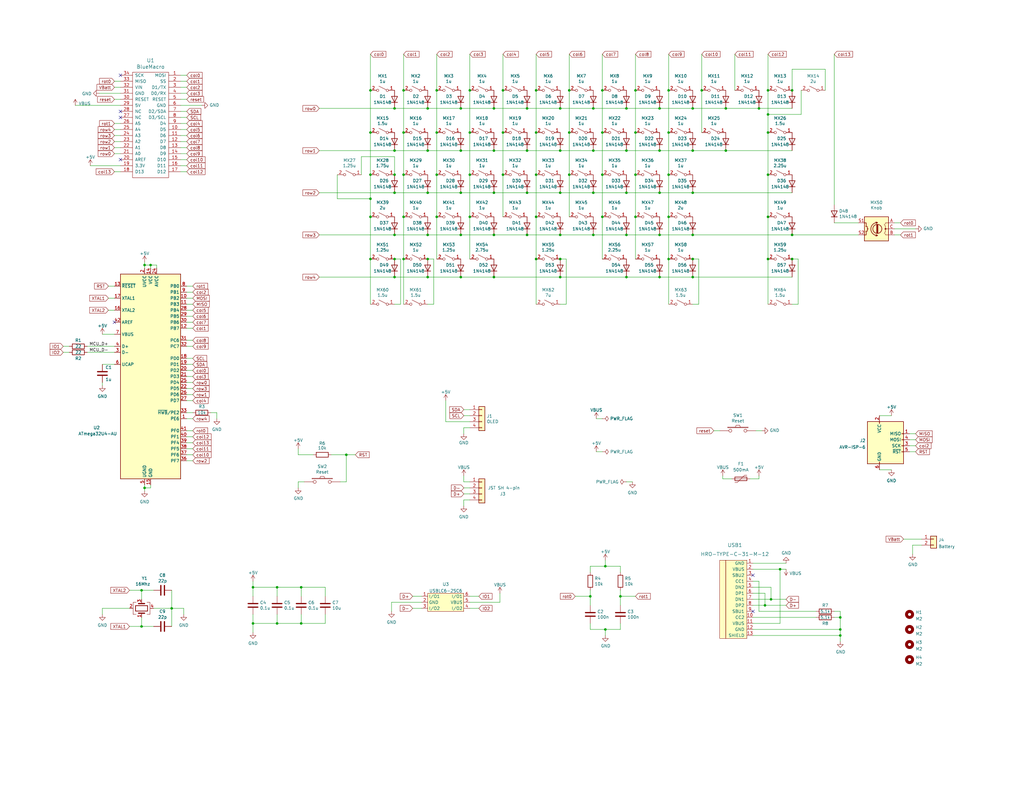
<source format=kicad_sch>
(kicad_sch (version 20210621) (generator eeschema)
  (paper "User" 431.8 339.395)
  (title_block (title "Sakura60 (Not Final)") (date "2021-09-25") (rev "1.0") (company "HorrorTroll"))
  (junction (at 306.07 63.5))
  (junction (at 208.28 63.5))
  (junction (at 170.18 38.1))
  (junction (at 222.25 45.72))
  (junction (at 184.15 55.88))
  (junction (at 292.1 63.5))
  (junction (at 166.37 63.5))
  (junction (at 166.37 116.84))
  (junction (at 354.33 265.43))
  (junction (at 116.84 262.89))
  (junction (at 170.18 91.44))
  (junction (at 278.13 81.28))
  (junction (at 250.19 45.72))
  (junction (at 354.33 267.97))
  (junction (at 281.94 38.1))
  (junction (at 236.22 63.5))
  (junction (at 116.84 247.65))
  (junction (at 254 38.1))
  (junction (at 208.28 81.28))
  (junction (at 254 73.66))
  (junction (at 295.91 38.1))
  (junction (at 292.1 81.28))
  (junction (at 170.18 109.22))
  (junction (at 180.34 109.22))
  (junction (at 156.21 55.88))
  (junction (at 170.18 73.66))
  (junction (at 63.5 111.76))
  (junction (at 208.28 45.72))
  (junction (at 320.04 45.72))
  (junction (at 236.22 109.22))
  (junction (at 194.31 63.5))
  (junction (at 212.09 55.88))
  (junction (at 278.13 63.5))
  (junction (at 292.1 99.06))
  (junction (at 267.97 91.44))
  (junction (at 170.18 55.88))
  (junction (at 281.94 55.88))
  (junction (at 106.68 262.89))
  (junction (at 184.15 38.1))
  (junction (at 323.85 48.26))
  (junction (at 60.96 111.76))
  (junction (at 255.27 238.76))
  (junction (at 328.93 240.03))
  (junction (at 166.37 45.72))
  (junction (at 240.03 38.1))
  (junction (at 264.16 81.28))
  (junction (at 240.03 73.66))
  (junction (at 194.31 99.06))
  (junction (at 226.06 91.44))
  (junction (at 59.69 248.92))
  (junction (at 72.39 256.54))
  (junction (at 281.94 91.44))
  (junction (at 59.69 264.16))
  (junction (at 60.96 205.74))
  (junction (at 322.58 255.27))
  (junction (at 184.15 91.44))
  (junction (at 212.09 38.1))
  (junction (at 240.03 55.88))
  (junction (at 334.01 38.1))
  (junction (at 267.97 55.88))
  (junction (at 250.19 99.06))
  (junction (at 325.12 252.73))
  (junction (at 264.16 116.84))
  (junction (at 180.34 63.5))
  (junction (at 254 91.44))
  (junction (at 248.92 251.46))
  (junction (at 194.31 81.28))
  (junction (at 236.22 45.72))
  (junction (at 226.06 55.88))
  (junction (at 250.19 63.5))
  (junction (at 156.21 38.1))
  (junction (at 208.28 99.06))
  (junction (at 292.1 45.72))
  (junction (at 323.85 55.88))
  (junction (at 156.21 83.82))
  (junction (at 127 247.65))
  (junction (at 278.13 45.72))
  (junction (at 334.01 109.22))
  (junction (at 334.01 99.06))
  (junction (at 264.16 45.72))
  (junction (at 156.21 73.66))
  (junction (at 323.85 73.66))
  (junction (at 323.85 38.1))
  (junction (at 180.34 81.28))
  (junction (at 166.37 99.06))
  (junction (at 180.34 99.06))
  (junction (at 166.37 73.66))
  (junction (at 198.12 91.44))
  (junction (at 281.94 73.66))
  (junction (at 194.31 45.72))
  (junction (at 354.33 260.35))
  (junction (at 323.85 91.44))
  (junction (at 180.34 116.84))
  (junction (at 278.13 99.06))
  (junction (at 292.1 116.84))
  (junction (at 226.06 38.1))
  (junction (at 166.37 109.22))
  (junction (at 292.1 109.22))
  (junction (at 267.97 73.66))
  (junction (at 254 55.88))
  (junction (at 198.12 73.66))
  (junction (at 250.19 81.28))
  (junction (at 127 262.89))
  (junction (at 236.22 81.28))
  (junction (at 156.21 91.44))
  (junction (at 267.97 38.1))
  (junction (at 106.68 247.65))
  (junction (at 278.13 116.84))
  (junction (at 208.28 116.84))
  (junction (at 306.07 45.72))
  (junction (at 166.37 81.28))
  (junction (at 226.06 109.22))
  (junction (at 226.06 73.66))
  (junction (at 261.62 251.46))
  (junction (at 146.05 191.77))
  (junction (at 236.22 116.84))
  (junction (at 222.25 99.06))
  (junction (at 222.25 63.5))
  (junction (at 264.16 99.06))
  (junction (at 212.09 73.66))
  (junction (at 198.12 55.88))
  (junction (at 180.34 45.72))
  (junction (at 264.16 63.5))
  (junction (at 323.85 109.22))
  (junction (at 236.22 99.06))
  (junction (at 156.21 109.22))
  (junction (at 184.15 73.66))
  (junction (at 281.94 109.22))
  (junction (at 255.27 265.43))
  (junction (at 198.12 38.1))
  (junction (at 222.25 81.28))
  (junction (at 194.31 116.84))
  (no_connect (at 50.8 67.31))
  (no_connect (at 48.26 135.89))
  (no_connect (at 50.8 49.53))
  (no_connect (at 50.8 31.75))
  (no_connect (at 50.8 46.99))
  (no_connect (at 317.5 242.57))
  (no_connect (at 317.5 257.81))
  (wire (pts (xy 222.25 81.28) (xy 236.22 81.28)))
  (wire (pts (xy 166.37 81.28) (xy 180.34 81.28)))
  (wire (pts (xy 180.34 81.28) (xy 194.31 81.28)))
  (wire (pts (xy 194.31 81.28) (xy 208.28 81.28)))
  (wire (pts (xy 208.28 81.28) (xy 222.25 81.28)))
  (wire (pts (xy 134.62 81.28) (xy 166.37 81.28)))
  (wire (pts (xy 236.22 81.28) (xy 250.19 81.28)))
  (wire (pts (xy 78.74 125.73) (xy 81.28 125.73)))
  (wire (pts (xy 323.85 48.26) (xy 323.85 55.88)))
  (wire (pts (xy 323.85 38.1) (xy 323.85 48.26)))
  (wire (pts (xy 78.74 184.15) (xy 81.28 184.15)))
  (wire (pts (xy 78.74 163.83) (xy 81.28 163.83)))
  (wire (pts (xy 300.99 181.61) (xy 303.53 181.61)))
  (wire (pts (xy 78.74 130.81) (xy 81.28 130.81)))
  (wire (pts (xy 59.69 248.92) (xy 64.77 248.92)))
  (wire (pts (xy 78.74 153.67) (xy 81.28 153.67)))
  (wire (pts (xy 254 73.66) (xy 254 91.44)))
  (wire (pts (xy 254 22.86) (xy 254 38.1)))
  (wire (pts (xy 254 55.88) (xy 254 73.66)))
  (wire (pts (xy 254 38.1) (xy 254 55.88)))
  (wire (pts (xy 317.5 260.35) (xy 344.17 260.35)))
  (wire (pts (xy 248.92 238.76) (xy 255.27 238.76)))
  (wire (pts (xy 156.21 109.22) (xy 156.21 128.27)))
  (wire (pts (xy 173.99 251.46) (xy 177.8 251.46)))
  (wire (pts (xy 66.04 111.76) (xy 63.5 111.76)))
  (wire (pts (xy 66.04 113.03) (xy 66.04 111.76)))
  (wire (pts (xy 264.16 81.28) (xy 278.13 81.28)))
  (wire (pts (xy 278.13 81.28) (xy 292.1 81.28)))
  (wire (pts (xy 250.19 81.28) (xy 264.16 81.28)))
  (wire (pts (xy 63.5 111.76) (xy 60.96 111.76)))
  (wire (pts (xy 63.5 113.03) (xy 63.5 111.76)))
  (wire (pts (xy 334.01 128.27) (xy 336.55 128.27)))
  (wire (pts (xy 336.55 109.22) (xy 334.01 109.22)))
  (wire (pts (xy 336.55 128.27) (xy 336.55 109.22)))
  (wire (pts (xy 254 190.5) (xy 251.46 190.5)))
  (wire (pts (xy 43.18 161.29) (xy 43.18 162.56)))
  (wire (pts (xy 173.99 256.54) (xy 177.8 256.54)))
  (wire (pts (xy 43.18 153.67) (xy 48.26 153.67)))
  (wire (pts (xy 76.2 64.77) (xy 78.74 64.77)))
  (wire (pts (xy 187.96 177.8) (xy 187.96 168.91)))
  (wire (pts (xy 50.8 72.39) (xy 48.26 72.39)))
  (wire (pts (xy 248.92 265.43) (xy 255.27 265.43)))
  (wire (pts (xy 50.8 62.23) (xy 48.26 62.23)))
  (wire (pts (xy 323.85 22.86) (xy 323.85 38.1)))
  (wire (pts (xy 146.05 191.77) (xy 149.86 191.77)))
  (wire (pts (xy 267.97 251.46) (xy 261.62 251.46)))
  (wire (pts (xy 26.67 146.05) (xy 29.21 146.05)))
  (wire (pts (xy 334.01 99.06) (xy 361.95 99.06)))
  (wire (pts (xy 78.74 161.29) (xy 81.28 161.29)))
  (wire (pts (xy 195.58 172.72) (xy 198.12 172.72)))
  (wire (pts (xy 248.92 251.46) (xy 248.92 255.27)))
  (wire (pts (xy 76.2 41.91) (xy 78.74 41.91)))
  (wire (pts (xy 320.04 257.81) (xy 344.17 257.81)))
  (wire (pts (xy 78.74 146.05) (xy 81.28 146.05)))
  (wire (pts (xy 295.91 38.1) (xy 295.91 55.88)))
  (wire (pts (xy 295.91 22.86) (xy 295.91 38.1)))
  (wire (pts (xy 76.2 72.39) (xy 78.74 72.39)))
  (wire (pts (xy 261.62 251.46) (xy 261.62 255.27)))
  (wire (pts (xy 208.28 116.84) (xy 236.22 116.84)))
  (wire (pts (xy 323.85 55.88) (xy 323.85 73.66)))
  (wire (pts (xy 317.5 247.65) (xy 325.12 247.65)))
  (wire (pts (xy 78.74 143.51) (xy 81.28 143.51)))
  (wire (pts (xy 76.2 49.53) (xy 78.74 49.53)))
  (wire (pts (xy 156.21 38.1) (xy 156.21 55.88)))
  (wire (pts (xy 156.21 22.86) (xy 156.21 38.1)))
  (wire (pts (xy 156.21 55.88) (xy 156.21 73.66)))
  (wire (pts (xy 156.21 73.66) (xy 156.21 83.82)))
  (wire (pts (xy 156.21 91.44) (xy 156.21 109.22)))
  (wire (pts (xy 156.21 83.82) (xy 156.21 91.44)))
  (wire (pts (xy 78.74 181.61) (xy 81.28 181.61)))
  (wire (pts (xy 142.24 73.66) (xy 142.24 83.82)))
  (wire (pts (xy 142.24 83.82) (xy 156.21 83.82)))
  (wire (pts (xy 195.58 210.82) (xy 195.58 213.36)))
  (wire (pts (xy 198.12 210.82) (xy 195.58 210.82)))
  (wire (pts (xy 383.54 182.88) (xy 386.08 182.88)))
  (wire (pts (xy 261.62 265.43) (xy 261.62 262.89)))
  (wire (pts (xy 166.37 45.72) (xy 180.34 45.72)))
  (wire (pts (xy 180.34 45.72) (xy 194.31 45.72)))
  (wire (pts (xy 134.62 45.72) (xy 166.37 45.72)))
  (wire (pts (xy 43.18 140.97) (xy 48.26 140.97)))
  (wire (pts (xy 309.88 22.86) (xy 309.88 38.1)))
  (wire (pts (xy 325.12 252.73) (xy 331.47 252.73)))
  (wire (pts (xy 317.5 252.73) (xy 325.12 252.73)))
  (wire (pts (xy 78.74 176.53) (xy 81.28 176.53)))
  (wire (pts (xy 264.16 99.06) (xy 278.13 99.06)))
  (wire (pts (xy 278.13 99.06) (xy 292.1 99.06)))
  (wire (pts (xy 250.19 99.06) (xy 264.16 99.06)))
  (wire (pts (xy 72.39 256.54) (xy 77.47 256.54)))
  (wire (pts (xy 177.8 254) (xy 165.1 254)))
  (wire (pts (xy 165.1 254) (xy 165.1 257.81)))
  (wire (pts (xy 36.83 148.59) (xy 48.26 148.59)))
  (wire (pts (xy 139.7 191.77) (xy 146.05 191.77)))
  (wire (pts (xy 60.96 205.74) (xy 60.96 207.01)))
  (wire (pts (xy 143.51 203.2) (xy 146.05 203.2)))
  (wire (pts (xy 146.05 191.77) (xy 146.05 203.2)))
  (wire (pts (xy 48.26 36.83) (xy 50.8 36.83)))
  (wire (pts (xy 127 247.65) (xy 127 251.46)))
  (wire (pts (xy 198.12 256.54) (xy 201.93 256.54)))
  (wire (pts (xy 347.98 29.21) (xy 347.98 38.1)))
  (wire (pts (xy 334.01 38.1) (xy 334.01 29.21)))
  (wire (pts (xy 198.12 180.34) (xy 195.58 180.34)))
  (wire (pts (xy 195.58 180.34) (xy 195.58 182.88)))
  (wire (pts (xy 236.22 109.22) (xy 238.76 109.22)))
  (wire (pts (xy 238.76 128.27) (xy 236.22 128.27)))
  (wire (pts (xy 238.76 109.22) (xy 238.76 128.27)))
  (wire (pts (xy 45.72 125.73) (xy 48.26 125.73)))
  (wire (pts (xy 128.27 203.2) (xy 125.73 203.2)))
  (wire (pts (xy 125.73 203.2) (xy 125.73 205.74)))
  (wire (pts (xy 59.69 264.16) (xy 64.77 264.16)))
  (wire (pts (xy 370.84 198.12) (xy 375.92 198.12)))
  (wire (pts (xy 127 259.08) (xy 127 262.89)))
  (wire (pts (xy 78.74 151.13) (xy 81.28 151.13)))
  (wire (pts (xy 337.82 38.1) (xy 337.82 48.26)))
  (wire (pts (xy 323.85 48.26) (xy 337.82 48.26)))
  (wire (pts (xy 198.12 251.46) (xy 201.93 251.46)))
  (wire (pts (xy 76.2 62.23) (xy 78.74 62.23)))
  (wire (pts (xy 78.74 189.23) (xy 81.28 189.23)))
  (wire (pts (xy 334.01 29.21) (xy 347.98 29.21)))
  (wire (pts (xy 59.69 260.35) (xy 59.69 264.16)))
  (wire (pts (xy 388.62 229.87) (xy 384.81 229.87)))
  (wire (pts (xy 384.81 229.87) (xy 384.81 233.68)))
  (wire (pts (xy 76.2 31.75) (xy 78.74 31.75)))
  (wire (pts (xy 292.1 116.84) (xy 334.01 116.84)))
  (wire (pts (xy 323.85 91.44) (xy 323.85 109.22)))
  (wire (pts (xy 36.83 146.05) (xy 48.26 146.05)))
  (wire (pts (xy 78.74 123.19) (xy 81.28 123.19)))
  (wire (pts (xy 116.84 247.65) (xy 116.84 251.46)))
  (wire (pts (xy 255.27 265.43) (xy 261.62 265.43)))
  (wire (pts (xy 78.74 120.65) (xy 81.28 120.65)))
  (wire (pts (xy 180.34 109.22) (xy 182.88 109.22)))
  (wire (pts (xy 182.88 109.22) (xy 182.88 128.27)))
  (wire (pts (xy 182.88 128.27) (xy 180.34 128.27)))
  (wire (pts (xy 48.26 64.77) (xy 50.8 64.77)))
  (wire (pts (xy 125.73 191.77) (xy 125.73 189.23)))
  (wire (pts (xy 132.08 191.77) (xy 125.73 191.77)))
  (wire (pts (xy 106.68 262.89) (xy 116.84 262.89)))
  (wire (pts (xy 106.68 259.08) (xy 106.68 262.89)))
  (wire (pts (xy 116.84 262.89) (xy 127 262.89)))
  (wire (pts (xy 127 262.89) (xy 137.16 262.89)))
  (wire (pts (xy 137.16 262.89) (xy 137.16 259.08)))
  (wire (pts (xy 45.72 130.81) (xy 48.26 130.81)))
  (wire (pts (xy 78.74 186.69) (xy 81.28 186.69)))
  (wire (pts (xy 323.85 109.22) (xy 323.85 128.27)))
  (wire (pts (xy 78.74 158.75) (xy 81.28 158.75)))
  (wire (pts (xy 383.54 185.42) (xy 386.08 185.42)))
  (wire (pts (xy 198.12 38.1) (xy 198.12 55.88)))
  (wire (pts (xy 198.12 22.86) (xy 198.12 38.1)))
  (wire (pts (xy 198.12 73.66) (xy 198.12 91.44)))
  (wire (pts (xy 198.12 91.44) (xy 198.12 109.22)))
  (wire (pts (xy 198.12 55.88) (xy 198.12 73.66)))
  (wire (pts (xy 76.2 57.15) (xy 78.74 57.15)))
  (wire (pts (xy 76.2 54.61) (xy 78.74 54.61)))
  (wire (pts (xy 354.33 265.43) (xy 354.33 260.35)))
  (wire (pts (xy 354.33 267.97) (xy 354.33 265.43)))
  (wire (pts (xy 317.5 267.97) (xy 354.33 267.97)))
  (wire (pts (xy 170.18 38.1) (xy 170.18 55.88)))
  (wire (pts (xy 170.18 22.86) (xy 170.18 38.1)))
  (wire (pts (xy 170.18 55.88) (xy 170.18 73.66)))
  (wire (pts (xy 170.18 73.66) (xy 170.18 91.44)))
  (wire (pts (xy 170.18 91.44) (xy 170.18 109.22)))
  (wire (pts (xy 381 227.33) (xy 388.62 227.33)))
  (wire (pts (xy 50.8 34.29) (xy 48.26 34.29)))
  (wire (pts (xy 76.2 34.29) (xy 78.74 34.29)))
  (wire (pts (xy 292.1 81.28) (xy 334.01 81.28)))
  (wire (pts (xy 308.61 201.93) (xy 304.8 201.93)))
  (wire (pts (xy 304.8 201.93) (xy 304.8 200.66)))
  (wire (pts (xy 50.8 57.15) (xy 48.26 57.15)))
  (wire (pts (xy 351.79 22.86) (xy 351.79 86.36)))
  (wire (pts (xy 261.62 241.3) (xy 261.62 238.76)))
  (wire (pts (xy 354.33 260.35) (xy 354.33 257.81)))
  (wire (pts (xy 351.79 260.35) (xy 354.33 260.35)))
  (wire (pts (xy 31.75 44.45) (xy 50.8 44.45)))
  (wire (pts (xy 351.79 93.98) (xy 361.95 93.98)))
  (wire (pts (xy 180.34 116.84) (xy 194.31 116.84)))
  (wire (pts (xy 194.31 116.84) (xy 208.28 116.84)))
  (wire (pts (xy 166.37 116.84) (xy 180.34 116.84)))
  (wire (pts (xy 134.62 116.84) (xy 166.37 116.84)))
  (wire (pts (xy 78.74 133.35) (xy 81.28 133.35)))
  (wire (pts (xy 50.8 41.91) (xy 48.26 41.91)))
  (wire (pts (xy 198.12 205.74) (xy 195.58 205.74)))
  (wire (pts (xy 292.1 45.72) (xy 306.07 45.72)))
  (wire (pts (xy 320.04 45.72) (xy 334.01 45.72)))
  (wire (pts (xy 264.16 45.72) (xy 278.13 45.72)))
  (wire (pts (xy 278.13 45.72) (xy 292.1 45.72)))
  (wire (pts (xy 250.19 45.72) (xy 264.16 45.72)))
  (wire (pts (xy 306.07 45.72) (xy 320.04 45.72)))
  (wire (pts (xy 45.72 120.65) (xy 48.26 120.65)))
  (wire (pts (xy 316.23 201.93) (xy 320.04 201.93)))
  (wire (pts (xy 320.04 201.93) (xy 320.04 200.66)))
  (wire (pts (xy 43.18 256.54) (xy 54.61 256.54)))
  (wire (pts (xy 255.27 238.76) (xy 255.27 236.22)))
  (wire (pts (xy 195.58 208.28) (xy 198.12 208.28)))
  (wire (pts (xy 318.77 181.61) (xy 321.31 181.61)))
  (wire (pts (xy 78.74 166.37) (xy 81.28 166.37)))
  (wire (pts (xy 76.2 39.37) (xy 78.74 39.37)))
  (wire (pts (xy 267.97 91.44) (xy 267.97 109.22)))
  (wire (pts (xy 267.97 73.66) (xy 267.97 91.44)))
  (wire (pts (xy 267.97 55.88) (xy 267.97 73.66)))
  (wire (pts (xy 267.97 22.86) (xy 267.97 38.1)))
  (wire (pts (xy 267.97 38.1) (xy 267.97 55.88)))
  (wire (pts (xy 328.93 262.89) (xy 328.93 240.03)))
  (wire (pts (xy 50.8 39.37) (xy 41.91 39.37)))
  (wire (pts (xy 226.06 73.66) (xy 226.06 91.44)))
  (wire (pts (xy 226.06 55.88) (xy 226.06 73.66)))
  (wire (pts (xy 226.06 38.1) (xy 226.06 55.88)))
  (wire (pts (xy 226.06 22.86) (xy 226.06 38.1)))
  (wire (pts (xy 248.92 262.89) (xy 248.92 265.43)))
  (wire (pts (xy 43.18 256.54) (xy 43.18 259.08)))
  (wire (pts (xy 116.84 259.08) (xy 116.84 262.89)))
  (wire (pts (xy 50.8 52.07) (xy 48.26 52.07)))
  (wire (pts (xy 351.79 257.81) (xy 354.33 257.81)))
  (wire (pts (xy 317.5 240.03) (xy 328.93 240.03)))
  (wire (pts (xy 328.93 240.03) (xy 331.47 240.03)))
  (wire (pts (xy 77.47 256.54) (xy 77.47 259.08)))
  (wire (pts (xy 194.31 99.06) (xy 208.28 99.06)))
  (wire (pts (xy 166.37 99.06) (xy 180.34 99.06)))
  (wire (pts (xy 180.34 99.06) (xy 194.31 99.06)))
  (wire (pts (xy 134.62 99.06) (xy 166.37 99.06)))
  (wire (pts (xy 208.28 99.06) (xy 222.25 99.06)))
  (wire (pts (xy 222.25 99.06) (xy 236.22 99.06)))
  (wire (pts (xy 236.22 99.06) (xy 250.19 99.06)))
  (wire (pts (xy 184.15 22.86) (xy 184.15 38.1)))
  (wire (pts (xy 184.15 38.1) (xy 184.15 55.88)))
  (wire (pts (xy 184.15 91.44) (xy 184.15 109.22)))
  (wire (pts (xy 184.15 73.66) (xy 184.15 91.44)))
  (wire (pts (xy 184.15 55.88) (xy 184.15 73.66)))
  (wire (pts (xy 137.16 247.65) (xy 137.16 251.46)))
  (wire (pts (xy 48.26 54.61) (xy 50.8 54.61)))
  (wire (pts (xy 248.92 248.92) (xy 248.92 251.46)))
  (wire (pts (xy 377.19 93.98) (xy 379.73 93.98)))
  (wire (pts (xy 198.12 254) (xy 210.82 254)))
  (wire (pts (xy 210.82 254) (xy 210.82 250.19)))
  (wire (pts (xy 383.54 190.5) (xy 386.08 190.5)))
  (wire (pts (xy 292.1 63.5) (xy 306.07 63.5)))
  (wire (pts (xy 250.19 63.5) (xy 264.16 63.5)))
  (wire (pts (xy 264.16 63.5) (xy 278.13 63.5)))
  (wire (pts (xy 278.13 63.5) (xy 292.1 63.5)))
  (wire (pts (xy 54.61 264.16) (xy 59.69 264.16)))
  (wire (pts (xy 377.19 96.52) (xy 386.08 96.52)))
  (wire (pts (xy 254 176.53) (xy 251.46 176.53)))
  (wire (pts (xy 76.2 46.99) (xy 78.74 46.99)))
  (wire (pts (xy 195.58 203.2) (xy 195.58 200.66)))
  (wire (pts (xy 198.12 203.2) (xy 195.58 203.2)))
  (wire (pts (xy 292.1 99.06) (xy 334.01 99.06)))
  (wire (pts (xy 76.2 44.45) (xy 85.09 44.45)))
  (wire (pts (xy 317.5 265.43) (xy 354.33 265.43)))
  (wire (pts (xy 60.96 110.49) (xy 60.96 111.76)))
  (wire (pts (xy 60.96 111.76) (xy 60.96 113.03)))
  (wire (pts (xy 48.26 59.69) (xy 50.8 59.69)))
  (wire (pts (xy 76.2 36.83) (xy 78.74 36.83)))
  (wire (pts (xy 88.9 173.99) (xy 91.44 173.99)))
  (wire (pts (xy 91.44 173.99) (xy 91.44 176.53)))
  (wire (pts (xy 76.2 52.07) (xy 78.74 52.07)))
  (wire (pts (xy 278.13 116.84) (xy 292.1 116.84)))
  (wire (pts (xy 317.5 237.49) (xy 331.47 237.49)))
  (wire (pts (xy 127 247.65) (xy 137.16 247.65)))
  (wire (pts (xy 116.84 247.65) (xy 127 247.65)))
  (wire (pts (xy 106.68 251.46) (xy 106.68 247.65)))
  (wire (pts (xy 106.68 247.65) (xy 116.84 247.65)))
  (wire (pts (xy 294.64 109.22) (xy 292.1 109.22)))
  (wire (pts (xy 294.64 128.27) (xy 294.64 109.22)))
  (wire (pts (xy 292.1 128.27) (xy 294.64 128.27)))
  (wire (pts (xy 78.74 194.31) (xy 81.28 194.31)))
  (wire (pts (xy 64.77 256.54) (xy 72.39 256.54)))
  (wire (pts (xy 76.2 67.31) (xy 78.74 67.31)))
  (wire (pts (xy 170.18 109.22) (xy 170.18 128.27)))
  (wire (pts (xy 195.58 175.26) (xy 198.12 175.26)))
  (wire (pts (xy 354.33 267.97) (xy 354.33 270.51)))
  (wire (pts (xy 78.74 173.99) (xy 81.28 173.99)))
  (wire (pts (xy 194.31 45.72) (xy 208.28 45.72)))
  (wire (pts (xy 222.25 45.72) (xy 236.22 45.72)))
  (wire (pts (xy 236.22 45.72) (xy 250.19 45.72)))
  (wire (pts (xy 208.28 45.72) (xy 222.25 45.72)))
  (wire (pts (xy 212.09 73.66) (xy 212.09 91.44)))
  (wire (pts (xy 212.09 55.88) (xy 212.09 73.66)))
  (wire (pts (xy 212.09 38.1) (xy 212.09 55.88)))
  (wire (pts (xy 212.09 22.86) (xy 212.09 38.1)))
  (wire (pts (xy 166.37 63.5) (xy 180.34 63.5)))
  (wire (pts (xy 194.31 63.5) (xy 208.28 63.5)))
  (wire (pts (xy 180.34 63.5) (xy 194.31 63.5)))
  (wire (pts (xy 134.62 63.5) (xy 166.37 63.5)))
  (wire (pts (xy 236.22 63.5) (xy 250.19 63.5)))
  (wire (pts (xy 208.28 63.5) (xy 222.25 63.5)))
  (wire (pts (xy 222.25 63.5) (xy 236.22 63.5)))
  (wire (pts (xy 320.04 245.11) (xy 320.04 257.81)))
  (wire (pts (xy 317.5 245.11) (xy 320.04 245.11)))
  (wire (pts (xy 76.2 59.69) (xy 78.74 59.69)))
  (wire (pts (xy 106.68 245.11) (xy 106.68 247.65)))
  (wire (pts (xy 72.39 248.92) (xy 72.39 256.54)))
  (wire (pts (xy 72.39 256.54) (xy 72.39 264.16)))
  (wire (pts (xy 317.5 250.19) (xy 322.58 250.19)))
  (wire (pts (xy 317.5 262.89) (xy 328.93 262.89)))
  (wire (pts (xy 78.74 138.43) (xy 81.28 138.43)))
  (wire (pts (xy 377.19 99.06) (xy 379.73 99.06)))
  (wire (pts (xy 266.7 203.2) (xy 264.16 203.2)))
  (wire (pts (xy 323.85 73.66) (xy 323.85 91.44)))
  (wire (pts (xy 281.94 38.1) (xy 281.94 55.88)))
  (wire (pts (xy 281.94 22.86) (xy 281.94 38.1)))
  (wire (pts (xy 281.94 91.44) (xy 281.94 109.22)))
  (wire (pts (xy 281.94 73.66) (xy 281.94 91.44)))
  (wire (pts (xy 281.94 55.88) (xy 281.94 73.66)))
  (wire (pts (xy 383.54 187.96) (xy 386.08 187.96)))
  (wire (pts (xy 78.74 191.77) (xy 81.28 191.77)))
  (wire (pts (xy 322.58 255.27) (xy 331.47 255.27)))
  (wire (pts (xy 317.5 255.27) (xy 322.58 255.27)))
  (wire (pts (xy 106.68 262.89) (xy 106.68 266.7)))
  (wire (pts (xy 264.16 116.84) (xy 278.13 116.84)))
  (wire (pts (xy 236.22 116.84) (xy 264.16 116.84)))
  (wire (pts (xy 255.27 265.43) (xy 255.27 267.97)))
  (wire (pts (xy 76.2 69.85) (xy 78.74 69.85)))
  (wire (pts (xy 255.27 238.76) (xy 261.62 238.76)))
  (wire (pts (xy 168.91 109.22) (xy 166.37 109.22)))
  (wire (pts (xy 168.91 128.27) (xy 168.91 109.22)))
  (wire (pts (xy 166.37 128.27) (xy 168.91 128.27)))
  (wire (pts (xy 38.1 69.85) (xy 50.8 69.85)))
  (wire (pts (xy 78.74 168.91) (xy 81.28 168.91)))
  (wire (pts (xy 226.06 109.22) (xy 226.06 128.27)))
  (wire (pts (xy 226.06 91.44) (xy 226.06 109.22)))
  (wire (pts (xy 78.74 135.89) (xy 81.28 135.89)))
  (wire (pts (xy 240.03 73.66) (xy 240.03 91.44)))
  (wire (pts (xy 240.03 55.88) (xy 240.03 73.66)))
  (wire (pts (xy 240.03 38.1) (xy 240.03 55.88)))
  (wire (pts (xy 240.03 22.86) (xy 240.03 38.1)))
  (wire (pts (xy 281.94 109.22) (xy 281.94 128.27)))
  (wire (pts (xy 26.67 148.59) (xy 29.21 148.59)))
  (wire (pts (xy 54.61 248.92) (xy 59.69 248.92)))
  (wire (pts (xy 306.07 63.5) (xy 334.01 63.5)))
  (wire (pts (xy 166.37 73.66) (xy 166.37 66.04)))
  (wire (pts (xy 166.37 66.04) (xy 152.4 66.04)))
  (wire (pts (xy 152.4 66.04) (xy 152.4 73.66)))
  (wire (pts (xy 254 91.44) (xy 254 109.22)))
  (wire (pts (xy 325.12 247.65) (xy 325.12 252.73)))
  (wire (pts (xy 370.84 175.26) (xy 375.92 175.26)))
  (wire (pts (xy 78.74 128.27) (xy 81.28 128.27)))
  (wire (pts (xy 248.92 251.46) (xy 242.57 251.46)))
  (wire (pts (xy 248.92 238.76) (xy 248.92 241.3)))
  (wire (pts (xy 60.96 205.74) (xy 63.5 205.74)))
  (wire (pts (xy 60.96 204.47) (xy 60.96 205.74)))
  (wire (pts (xy 63.5 205.74) (xy 63.5 204.47)))
  (wire (pts (xy 322.58 250.19) (xy 322.58 255.27)))
  (wire (pts (xy 59.69 248.92) (xy 59.69 252.73)))
  (wire (pts (xy 187.96 177.8) (xy 198.12 177.8)))
  (wire (pts (xy 78.74 156.21) (xy 81.28 156.21)))
  (wire (pts (xy 261.62 251.46) (xy 261.62 248.92)))
  (label "MCU_D-" (at 45.72 148.59 180))
  (label "MCU_D+" (at 45.72 146.05 180))
  (global_label "rot1" (shape input) (at 379.73 99.06 0) (property "Intersheet References" "${INTERSHEET_REFS}" (effects hide)))
  (global_label "col1" (shape input) (at 81.28 138.43 0) (property "Intersheet References" "${INTERSHEET_REFS}" (effects hide)))
  (global_label "D-" (shape input) (at 173.99 256.54 180) (property "Intersheet References" "${INTERSHEET_REFS}" (effects hide)))
  (global_label "D-" (shape input) (at 195.58 205.74 180) (property "Intersheet References" "${INTERSHEET_REFS}" (effects hide)))
  (global_label "rot1" (shape input) (at 81.28 120.65 0) (property "Intersheet References" "${INTERSHEET_REFS}" (effects hide)))
  (global_label "col10" (shape input) (at 81.28 191.77 0) (property "Intersheet References" "${INTERSHEET_REFS}" (effects hide)))
  (global_label "SDA" (shape input) (at 81.28 153.67 0) (property "Intersheet References" "${INTERSHEET_REFS}" (effects hide)))
  (global_label "rot0" (shape input) (at 81.28 181.61 0) (property "Intersheet References" "${INTERSHEET_REFS}" (effects hide)))
  (global_label "col5" (shape input) (at 81.28 130.81 0) (property "Intersheet References" "${INTERSHEET_REFS}" (effects hide)))
  (global_label "row2" (shape input) (at 81.28 194.31 0) (property "Intersheet References" "${INTERSHEET_REFS}" (effects hide)))
  (global_label "row1" (shape input) (at 48.26 62.23 180) (property "Intersheet References" "${INTERSHEET_REFS}" (effects hide)))
  (global_label "RST" (shape input) (at 149.86 191.77 0) (property "Intersheet References" "${INTERSHEET_REFS}" (effects hide)))
  (global_label "row2" (shape input) (at 134.62 81.28 180) (property "Intersheet References" "${INTERSHEET_REFS}" (effects hide)))
  (global_label "reset" (shape input) (at 78.74 41.91 0) (property "Intersheet References" "${INTERSHEET_REFS}" (effects hide)))
  (global_label "RST" (shape input) (at 45.72 120.65 180) (property "Intersheet References" "${INTERSHEET_REFS}" (effects hide)))
  (global_label "rot1" (shape input) (at 48.26 52.07 180) (property "Intersheet References" "${INTERSHEET_REFS}" (effects hide)))
  (global_label "SCL" (shape input) (at 78.74 49.53 0) (property "Intersheet References" "${INTERSHEET_REFS}" (effects hide)))
  (global_label "col3" (shape input) (at 81.28 158.75 0) (property "Intersheet References" "${INTERSHEET_REFS}" (effects hide)))
  (global_label "col13" (shape input) (at 48.26 72.39 180) (property "Intersheet References" "${INTERSHEET_REFS}" (effects hide)))
  (global_label "col0" (shape input) (at 81.28 156.21 0) (property "Intersheet References" "${INTERSHEET_REFS}" (effects hide)))
  (global_label "col4" (shape input) (at 78.74 52.07 0) (property "Intersheet References" "${INTERSHEET_REFS}" (effects hide)))
  (global_label "row4" (shape input) (at 134.62 116.84 180) (property "Intersheet References" "${INTERSHEET_REFS}" (effects hide)))
  (global_label "col13" (shape input) (at 81.28 186.69 0) (property "Intersheet References" "${INTERSHEET_REFS}" (effects hide)))
  (global_label "MISO" (shape input) (at 81.28 128.27 0) (property "Intersheet References" "${INTERSHEET_REFS}" (effects hide)))
  (global_label "col12" (shape input) (at 78.74 72.39 0) (property "Intersheet References" "${INTERSHEET_REFS}" (effects hide)))
  (global_label "col0" (shape input) (at 78.74 31.75 0) (property "Intersheet References" "${INTERSHEET_REFS}" (effects hide)))
  (global_label "rot0" (shape input) (at 48.26 34.29 180) (property "Intersheet References" "${INTERSHEET_REFS}" (effects hide)))
  (global_label "col11" (shape input) (at 78.74 69.85 0) (property "Intersheet References" "${INTERSHEET_REFS}" (effects hide)))
  (global_label "col7" (shape input) (at 81.28 135.89 0) (property "Intersheet References" "${INTERSHEET_REFS}" (effects hide)))
  (global_label "col11" (shape input) (at 81.28 189.23 0) (property "Intersheet References" "${INTERSHEET_REFS}" (effects hide)))
  (global_label "col5" (shape input) (at 78.74 54.61 0) (property "Intersheet References" "${INTERSHEET_REFS}" (effects hide)))
  (global_label "row4" (shape input) (at 48.26 54.61 180) (property "Intersheet References" "${INTERSHEET_REFS}" (effects hide)))
  (global_label "col10" (shape input) (at 78.74 67.31 0) (property "Intersheet References" "${INTERSHEET_REFS}" (effects hide)))
  (global_label "col9" (shape input) (at 78.74 64.77 0) (property "Intersheet References" "${INTERSHEET_REFS}" (effects hide)))
  (global_label "col2" (shape input) (at 78.74 36.83 0) (property "Intersheet References" "${INTERSHEET_REFS}" (effects hide)))
  (global_label "col3" (shape input) (at 78.74 39.37 0) (property "Intersheet References" "${INTERSHEET_REFS}" (effects hide)))
  (global_label "col9" (shape input) (at 281.94 22.86 0) (property "Intersheet References" "${INTERSHEET_REFS}" (effects hide)))
  (global_label "IO1" (shape input) (at 26.67 146.05 180) (property "Intersheet References" "${INTERSHEET_REFS}" (effects hide)))
  (global_label "col0" (shape input) (at 156.21 22.86 0) (property "Intersheet References" "${INTERSHEET_REFS}" (effects hide)))
  (global_label "row1" (shape input) (at 81.28 166.37 0) (property "Intersheet References" "${INTERSHEET_REFS}" (effects hide)))
  (global_label "col1" (shape input) (at 170.18 22.86 0) (property "Intersheet References" "${INTERSHEET_REFS}" (effects hide)))
  (global_label "col4" (shape input) (at 212.09 22.86 0) (property "Intersheet References" "${INTERSHEET_REFS}" (effects hide)))
  (global_label "col8" (shape input) (at 267.97 22.86 0) (property "Intersheet References" "${INTERSHEET_REFS}" (effects hide)))
  (global_label "row0" (shape input) (at 48.26 64.77 180) (property "Intersheet References" "${INTERSHEET_REFS}" (effects hide)))
  (global_label "rot0" (shape input) (at 379.73 93.98 0) (property "Intersheet References" "${INTERSHEET_REFS}" (effects hide)))
  (global_label "row0" (shape input) (at 81.28 161.29 0) (property "Intersheet References" "${INTERSHEET_REFS}" (effects hide)))
  (global_label "rot0" (shape input) (at 242.57 251.46 180) (property "Intersheet References" "${INTERSHEET_REFS}" (effects hide)))
  (global_label "XTAL2" (shape input) (at 45.72 130.81 180) (property "Intersheet References" "${INTERSHEET_REFS}" (effects hide)))
  (global_label "IO2" (shape input) (at 201.93 256.54 0) (property "Intersheet References" "${INTERSHEET_REFS}" (effects hide)))
  (global_label "D+" (shape input) (at 173.99 251.46 180) (property "Intersheet References" "${INTERSHEET_REFS}" (effects hide)))
  (global_label "row3" (shape input) (at 81.28 163.83 0) (property "Intersheet References" "${INTERSHEET_REFS}" (effects hide)))
  (global_label "col5" (shape input) (at 226.06 22.86 0) (property "Intersheet References" "${INTERSHEET_REFS}" (effects hide)))
  (global_label "col4" (shape input) (at 81.28 168.91 0) (property "Intersheet References" "${INTERSHEET_REFS}" (effects hide)))
  (global_label "col12" (shape input) (at 81.28 184.15 0) (property "Intersheet References" "${INTERSHEET_REFS}" (effects hide)))
  (global_label "VBatt" (shape input) (at 48.26 36.83 180) (property "Intersheet References" "${INTERSHEET_REFS}" (effects hide)))
  (global_label "col10" (shape input) (at 295.91 22.86 0) (property "Intersheet References" "${INTERSHEET_REFS}" (effects hide)))
  (global_label "SCL" (shape input) (at 195.58 175.26 180) (property "Intersheet References" "${INTERSHEET_REFS}" (effects hide)))
  (global_label "MOSI" (shape input) (at 81.28 125.73 0) (property "Intersheet References" "${INTERSHEET_REFS}" (effects hide)))
  (global_label "col6" (shape input) (at 81.28 133.35 0) (property "Intersheet References" "${INTERSHEET_REFS}" (effects hide)))
  (global_label "col13" (shape input) (at 351.79 22.86 0) (property "Intersheet References" "${INTERSHEET_REFS}" (effects hide)))
  (global_label "col6" (shape input) (at 78.74 57.15 0) (property "Intersheet References" "${INTERSHEET_REFS}" (effects hide)))
  (global_label "col7" (shape input) (at 254 22.86 0) (property "Intersheet References" "${INTERSHEET_REFS}" (effects hide)))
  (global_label "IO2" (shape input) (at 26.67 148.59 180) (property "Intersheet References" "${INTERSHEET_REFS}" (effects hide)))
  (global_label "D+" (shape input) (at 331.47 255.27 0) (property "Intersheet References" "${INTERSHEET_REFS}" (effects hide)))
  (global_label "SDA" (shape input) (at 78.74 46.99 0) (property "Intersheet References" "${INTERSHEET_REFS}" (effects hide)))
  (global_label "row0" (shape input) (at 134.62 45.72 180) (property "Intersheet References" "${INTERSHEET_REFS}" (effects hide)))
  (global_label "col8" (shape input) (at 78.74 62.23 0) (property "Intersheet References" "${INTERSHEET_REFS}" (effects hide)))
  (global_label "col7" (shape input) (at 78.74 59.69 0) (property "Intersheet References" "${INTERSHEET_REFS}" (effects hide)))
  (global_label "reset" (shape input) (at 300.99 181.61 180) (property "Intersheet References" "${INTERSHEET_REFS}" (effects hide)))
  (global_label "IO1" (shape input) (at 201.93 251.46 0) (property "Intersheet References" "${INTERSHEET_REFS}" (effects hide)))
  (global_label "col2" (shape input) (at 184.15 22.86 0) (property "Intersheet References" "${INTERSHEET_REFS}" (effects hide)))
  (global_label "XTAL2" (shape input) (at 54.61 248.92 180) (property "Intersheet References" "${INTERSHEET_REFS}" (effects hide)))
  (global_label "row3" (shape input) (at 48.26 57.15 180) (property "Intersheet References" "${INTERSHEET_REFS}" (effects hide)))
  (global_label "col9" (shape input) (at 81.28 146.05 0) (property "Intersheet References" "${INTERSHEET_REFS}" (effects hide)))
  (global_label "row3" (shape input) (at 134.62 99.06 180) (property "Intersheet References" "${INTERSHEET_REFS}" (effects hide)))
  (global_label "col3" (shape input) (at 198.12 22.86 0) (property "Intersheet References" "${INTERSHEET_REFS}" (effects hide)))
  (global_label "SDA" (shape input) (at 195.58 172.72 180) (property "Intersheet References" "${INTERSHEET_REFS}" (effects hide)))
  (global_label "rot1" (shape input) (at 267.97 251.46 0) (property "Intersheet References" "${INTERSHEET_REFS}" (effects hide)))
  (global_label "MISO" (shape input) (at 386.08 182.88 0) (property "Intersheet References" "${INTERSHEET_REFS}" (effects hide)))
  (global_label "XTAL1" (shape input) (at 54.61 264.16 180) (property "Intersheet References" "${INTERSHEET_REFS}" (effects hide)))
  (global_label "col11" (shape input) (at 309.88 22.86 0) (property "Intersheet References" "${INTERSHEET_REFS}" (effects hide)))
  (global_label "row1" (shape input) (at 134.62 63.5 180) (property "Intersheet References" "${INTERSHEET_REFS}" (effects hide)))
  (global_label "XTAL1" (shape input) (at 45.72 125.73 180) (property "Intersheet References" "${INTERSHEET_REFS}" (effects hide)))
  (global_label "SCL" (shape input) (at 81.28 151.13 0) (property "Intersheet References" "${INTERSHEET_REFS}" (effects hide)))
  (global_label "D-" (shape input) (at 331.47 252.73 0) (property "Intersheet References" "${INTERSHEET_REFS}" (effects hide)))
  (global_label "VBatt" (shape input) (at 381 227.33 180) (property "Intersheet References" "${INTERSHEET_REFS}" (effects hide)))
  (global_label "RST" (shape input) (at 386.08 190.5 0) (property "Intersheet References" "${INTERSHEET_REFS}" (effects hide)))
  (global_label "reset" (shape input) (at 48.26 41.91 180) (property "Intersheet References" "${INTERSHEET_REFS}" (effects hide)))
  (global_label "D+" (shape input) (at 195.58 208.28 180) (property "Intersheet References" "${INTERSHEET_REFS}" (effects hide)))
  (global_label "col8" (shape input) (at 81.28 143.51 0) (property "Intersheet References" "${INTERSHEET_REFS}" (effects hide)))
  (global_label "col2" (shape input) (at 386.08 187.96 0) (property "Intersheet References" "${INTERSHEET_REFS}" (effects hide)))
  (global_label "col12" (shape input) (at 323.85 22.86 0) (property "Intersheet References" "${INTERSHEET_REFS}" (effects hide)))
  (global_label "row2" (shape input) (at 48.26 59.69 180) (property "Intersheet References" "${INTERSHEET_REFS}" (effects hide)))
  (global_label "MOSI" (shape input) (at 386.08 185.42 0) (property "Intersheet References" "${INTERSHEET_REFS}" (effects hide)))
  (global_label "row4" (shape input) (at 81.28 176.53 0) (property "Intersheet References" "${INTERSHEET_REFS}" (effects hide)))
  (global_label "col1" (shape input) (at 78.74 34.29 0) (property "Intersheet References" "${INTERSHEET_REFS}" (effects hide)))
  (global_label "col6" (shape input) (at 240.03 22.86 0) (property "Intersheet References" "${INTERSHEET_REFS}" (effects hide)))
  (global_label "col2" (shape input) (at 81.28 123.19 0) (property "Intersheet References" "${INTERSHEET_REFS}" (effects hide)))
  (symbol (lib_id "power:GND") (at 195.58 182.88 0) (unit 1)
    (property "Reference" "#PWR026" (effects hide))
    (property "Value" "GND" (at 195.58 186.69 0))
  )
  (symbol (lib_id "power:GND") (at 321.31 181.61 90) (unit 1)
    (property "Reference" "#PWR019" (effects hide))
    (property "Value" "GND" (at 324.5612 181.483 90) (effects (justify right)))
  )
  (symbol (lib_id "Sakura60-rescue:SW_PUSH-kbd") (at 311.15 181.61 0) (unit 1)
    (property "Reference" "SW1" (at 311.15 175.133 0))
    (property "Value" "Reset" (at 311.15 177.4444 0))
    (property "Footprint" "Button_Switch_SMD:SW_SPST_TL3342" (effects hide))
  )
  (symbol (lib_id "power:PWR_FLAG") (at 254 190.5 270) (unit 1)
    (property "Reference" "#FLG01" (effects hide))
    (property "Value" "PWR_FLAG" (at 257.2512 190.5 90) (effects (justify left)))
  )
  (symbol (lib_id "power:PWR_FLAG") (at 264.16 203.2 90) (unit 1)
    (property "Reference" "#FLG02" (effects hide))
    (property "Value" "PWR_FLAG" (at 260.9088 203.2 90) (effects (justify left)))
  )
  (symbol (lib_id "Connector_Generic:Conn_01x04") (at 203.2 175.26 0) (unit 1)
    (property "Reference" "J1" (at 205.232 175.4632 0) (effects (justify left)))
    (property "Value" "OLED" (at 205.232 177.7746 0) (effects (justify left)))
    (property "Footprint" "kbd:OLED" (effects hide))
  )
  (symbol (lib_id "Device:D") (at 166.37 41.91 90) (unit 1)
    (property "Reference" "D1" (at 160.02 40.64 90) (effects (justify right)))
    (property "Value" "1N4148" (at 157.48 43.18 90) (effects (justify right)))
    (property "Footprint" "Diode_SMD:D_SOD-123" (effects hide))
  )
  (symbol (lib_id "BlueMacro-rescue:Micro-ProMicro") (at 63.5 40.64 0) (unit 1)
    (property "Reference" "U1" (at 63.5 25.4762 0) (effects (font (size 1.524 1.524))))
    (property "Value" "BlueMacro" (at 63.5 28.1686 0) (effects (font (size 1.524 1.524))))
    (property "Footprint" "Keebio-Part:blue_macro" (effects hide))
  )
  (symbol (lib_id "power:GND") (at 85.09 44.45 90) (unit 1)
    (property "Reference" "#PWR0101" (effects hide))
    (property "Value" "GND" (at 88.3412 44.323 90) (effects (justify right)))
  )
  (symbol (lib_id "power:GND") (at 41.91 39.37 270) (unit 1)
    (property "Reference" "#PWR0102" (effects hide))
    (property "Value" "GND" (at 38.6588 39.497 90) (effects (justify right)))
  )
  (symbol (lib_id "Device:Rotary_Encoder_Switch") (at 369.57 96.52 0) (mirror y) (unit 1)
    (property "Reference" "MX50" (at 369.57 85.39 0))
    (property "Value" "Knob" (at 369.57 87.63 0))
    (property "Footprint" "Keebio-Parts:RotaryEncoder_EC11" (effects hide))
  )
  (symbol (lib_id "power:GND") (at 386.08 96.52 90) (unit 1)
    (property "Reference" "#PWR0105" (effects hide))
    (property "Value" "GND" (at 389.3312 96.393 90) (effects (justify right)))
  )
  (symbol (lib_id "Device:D") (at 351.79 90.17 90) (unit 1)
    (property "Reference" "D48" (at 353.7966 89.0016 90) (effects (justify right)))
    (property "Value" "1N4148" (at 353.7966 91.313 90) (effects (justify right)))
    (property "Footprint" "Diode_SMD:D_SOD-123" (effects hide))
  )
  (symbol (lib_id "Device:R") (at 248.92 245.11 0) (unit 1)
    (property "Reference" "R4" (at 250.698 243.9416 0) (effects (justify left)))
    (property "Value" "10k" (at 250.698 246.253 0) (effects (justify left)))
    (property "Footprint" "Resistor_SMD:R_0805_2012Metric" (effects hide))
  )
  (symbol (lib_id "Device:R") (at 261.62 245.11 0) (unit 1)
    (property "Reference" "R5" (at 263.398 243.9416 0) (effects (justify left)))
    (property "Value" "10k" (at 263.398 246.253 0) (effects (justify left)))
    (property "Footprint" "Resistor_SMD:R_0805_2012Metric" (effects hide))
  )
  (symbol (lib_id "Device:C") (at 248.92 259.08 0) (unit 1)
    (property "Reference" "C2" (at 251.841 257.9116 0) (effects (justify left)))
    (property "Value" "100n" (at 251.841 260.223 0) (effects (justify left)))
    (property "Footprint" "Capacitor_SMD:C_0805_2012Metric" (effects hide))
  )
  (symbol (lib_id "Device:C") (at 261.62 259.08 0) (unit 1)
    (property "Reference" "C3" (at 264.541 257.9116 0) (effects (justify left)))
    (property "Value" "100n" (at 264.541 260.223 0) (effects (justify left)))
    (property "Footprint" "Capacitor_SMD:C_0805_2012Metric" (effects hide))
  )
  (symbol (lib_id "power:GND") (at 255.27 267.97 0) (unit 1)
    (property "Reference" "#PWR0108" (effects hide))
    (property "Value" "GND" (at 255.397 272.3642 0))
  )
  (symbol (lib_id "Device:D") (at 236.22 113.03 90) (unit 1)
    (property "Reference" "D53" (at 229.87 111.76 90) (effects (justify right)))
    (property "Value" "1N4148" (at 227.33 114.3 90) (effects (justify right)))
    (property "Footprint" "Diode_SMD:D_SOD-123" (effects hide))
  )
  (symbol (lib_id "Switch:SW_SPST") (at 328.93 73.66 0) (mirror y) (unit 1)
    (property "Reference" "MX38" (at 328.9685 67.61 0))
    (property "Value" "2.25u" (at 328.93 69.85 0))
    (property "Footprint" "MX_Only:MXOnly-2.25U-Hotswap" (effects hide))
  )
  (symbol (lib_id "Switch:SW_SPST") (at 273.05 109.22 0) (mirror y) (unit 1)
    (property "Reference" "MX57" (at 273.0885 103.17 0))
    (property "Value" "1u" (at 273.05 105.41 0))
    (property "Footprint" "MX_Only:MXOnly-1U-Hotswap" (effects hide))
  )
  (symbol (lib_id "Switch:SW_SPST") (at 161.29 91.44 0) (mirror y) (unit 1)
    (property "Reference" "MX39" (at 161.3285 85.39 0))
    (property "Value" "2u" (at 161.29 87.63 0))
    (property "Footprint" "MX_Only:MXOnly-2U-Hotswap" (effects hide))
  )
  (symbol (lib_id "power:GND") (at 266.7 203.2 0) (unit 1)
    (property "Reference" "#PWR0112" (effects hide))
    (property "Value" "GND" (at 266.7 207.7625 0))
  )
  (symbol (lib_id "Device:D") (at 236.22 77.47 90) (unit 1)
    (property "Reference" "D31" (at 229.87 76.2 90) (effects (justify right)))
    (property "Value" "1N4148" (at 227.33 78.74 90) (effects (justify right)))
    (property "Footprint" "Diode_SMD:D_SOD-123" (effects hide))
  )
  (symbol (lib_id "Switch:SW_SPST") (at 203.2 91.44 0) (mirror y) (unit 1)
    (property "Reference" "MX42" (at 203.2385 85.39 0))
    (property "Value" "1u" (at 203.2 87.63 0))
    (property "Footprint" "MX_Only:MXOnly-1U-Hotswap" (effects hide))
  )
  (symbol (lib_id "Switch:SW_SPST") (at 245.11 38.1 0) (mirror y) (unit 1)
    (property "Reference" "MX7" (at 245.1485 32.05 0))
    (property "Value" "1u" (at 245.11 34.29 0))
    (property "Footprint" "MX_Only:MXOnly-1U-Hotswap" (effects hide))
  )
  (symbol (lib_id "Device:D") (at 250.19 41.91 90) (unit 1)
    (property "Reference" "D7" (at 243.84 40.64 90) (effects (justify right)))
    (property "Value" "1N4148" (at 241.3 43.18 90) (effects (justify right)))
    (property "Footprint" "Diode_SMD:D_SOD-123" (effects hide))
  )
  (symbol (lib_id "Switch:SW_SPST") (at 217.17 91.44 0) (mirror y) (unit 1)
    (property "Reference" "MX43" (at 217.2085 85.39 0))
    (property "Value" "1u" (at 217.17 87.63 0))
    (property "Footprint" "MX_Only:MXOnly-1U-Hotswap" (effects hide))
  )
  (symbol (lib_id "Device:D") (at 194.31 77.47 90) (unit 1)
    (property "Reference" "D28" (at 187.96 76.2 90) (effects (justify right)))
    (property "Value" "1N4148" (at 185.42 78.74 90) (effects (justify right)))
    (property "Footprint" "Diode_SMD:D_SOD-123" (effects hide))
  )
  (symbol (lib_id "Switch:SW_SPST") (at 328.93 109.22 0) (mirror y) (unit 1)
    (property "Reference" "MX59" (at 328.9685 103.17 0))
    (property "Value" "1.25u" (at 328.93 105.41 0))
    (property "Footprint" "MX_Only:MXOnly-1.25U-Hotswap" (effects hide))
  )
  (symbol (lib_id "Device:D") (at 166.37 113.03 90) (unit 1)
    (property "Reference" "D49" (at 160.02 111.76 90) (effects (justify right)))
    (property "Value" "1N4148" (at 157.48 114.3 90) (effects (justify right)))
    (property "Footprint" "Diode_SMD:D_SOD-123" (effects hide))
  )
  (symbol (lib_id "Switch:SW_SPST") (at 175.26 91.44 0) (mirror y) (unit 1)
    (property "Reference" "MX40" (at 175.2985 85.39 0))
    (property "Value" "1u" (at 175.26 87.63 0))
    (property "Footprint" "MX_Only:MXOnly-1U-Hotswap" (effects hide))
  )
  (symbol (lib_id "Device:D") (at 278.13 41.91 90) (unit 1)
    (property "Reference" "D9" (at 271.78 40.64 90) (effects (justify right)))
    (property "Value" "1N4148" (at 269.24 43.18 90) (effects (justify right)))
    (property "Footprint" "Diode_SMD:D_SOD-123" (effects hide))
  )
  (symbol (lib_id "Switch:SW_SPST") (at 161.29 128.27 0) (mirror y) (unit 1)
    (property "Reference" "MX60" (at 161.3285 122.22 0))
    (property "Value" "1.5u" (at 161.29 124.46 0))
    (property "Footprint" "MX_Only:MXOnly-1.5U-Hotswap" (effects hide))
  )
  (symbol (lib_id "Switch:SW_SPST") (at 175.26 55.88 0) (mirror y) (unit 1)
    (property "Reference" "MX16" (at 175.2985 49.83 0))
    (property "Value" "1u" (at 175.26 52.07 0))
    (property "Footprint" "MX_Only:MXOnly-1U-Hotswap" (effects hide))
  )
  (symbol (lib_id "Switch:SW_SPST") (at 245.11 55.88 0) (mirror y) (unit 1)
    (property "Reference" "MX21" (at 245.1485 49.83 0))
    (property "Value" "1u" (at 245.11 52.07 0))
    (property "Footprint" "MX_Only:MXOnly-1U-Hotswap" (effects hide))
  )
  (symbol (lib_id "Device:D") (at 334.01 41.91 90) (unit 1)
    (property "Reference" "D13" (at 327.66 40.64 90) (effects (justify right)))
    (property "Value" "1N4148" (at 325.12 43.18 90) (effects (justify right)))
    (property "Footprint" "Diode_SMD:D_SOD-123" (effects hide))
  )
  (symbol (lib_id "Switch:SW_SPST") (at 231.14 109.22 0) (mirror y) (unit 1)
    (property "Reference" "MX55" (at 231.1785 103.17 0))
    (property "Value" "1.25u" (at 231.14 105.41 0))
    (property "Footprint" "MX_Only:MXOnly-1.25U-Hotswap" (effects hide))
  )
  (symbol (lib_id "power:VBUS") (at 31.75 44.45 0) (unit 1)
    (property "Reference" "#PWR0119" (effects hide))
    (property "Value" "VBUS" (at 33.147 43.659 0) (effects (justify left)))
  )
  (symbol (lib_id "Switch:SW_SPST") (at 203.2 73.66 0) (mirror y) (unit 1)
    (property "Reference" "MX31" (at 203.2385 67.61 0))
    (property "Value" "1u" (at 203.2 69.85 0))
    (property "Footprint" "MX_Only:MXOnly-1U-Hotswap" (effects hide))
  )
  (symbol (lib_id "Device:D") (at 278.13 77.47 90) (unit 1)
    (property "Reference" "D34" (at 271.78 76.2 90) (effects (justify right)))
    (property "Value" "1N4148" (at 269.24 78.74 90) (effects (justify right)))
    (property "Footprint" "Diode_SMD:D_SOD-123" (effects hide))
  )
  (symbol (lib_id "Device:R") (at 85.09 173.99 270) (unit 1)
    (property "Reference" "R3" (at 85.09 171.45 90))
    (property "Value" "10k" (at 85.09 173.99 90))
    (property "Footprint" "Resistor_SMD:R_0805_2012Metric" (effects hide))
  )
  (symbol (lib_id "power:PWR_FLAG") (at 254 176.53 270) (unit 1)
    (property "Reference" "#FLG0101" (effects hide))
    (property "Value" "PWR_FLAG" (at 257.2512 176.53 90) (effects (justify left)))
  )
  (symbol (lib_id "Device:D") (at 278.13 113.03 90) (unit 1)
    (property "Reference" "D55" (at 271.78 111.76 90) (effects (justify right)))
    (property "Value" "1N4148" (at 269.24 114.3 90) (effects (justify right)))
    (property "Footprint" "Diode_SMD:D_SOD-123" (effects hide))
  )
  (symbol (lib_id "Switch:SW_SPST") (at 231.14 128.27 0) (mirror y) (unit 1)
    (property "Reference" "MX62" (at 231.1785 122.22 0))
    (property "Value" "7u" (at 231.14 124.46 0))
    (property "Footprint" "MX_Only:MXOnly-7U-Hotswap-ReversedStabilizers" (effects hide))
  )
  (symbol (lib_id "power:GND") (at 195.58 213.36 0) (unit 1)
    (property "Reference" "#PWR0110" (effects hide))
    (property "Value" "GND" (at 195.58 217.9225 0))
  )
  (symbol (lib_id "Device:Crystal_GND24") (at 59.69 256.54 90) (unit 1)
    (property "Reference" "Y1" (at 60.96 243.84 90))
    (property "Value" "16Mhz" (at 60.2064 246.2745 90))
    (property "Footprint" "Crystal:Crystal_SMD_3225-4Pin_3.2x2.5mm" (effects hide))
  )
  (symbol (lib_id "Device:D") (at 292.1 41.91 90) (unit 1)
    (property "Reference" "D10" (at 285.75 40.64 90) (effects (justify right)))
    (property "Value" "1N4148" (at 283.21 43.18 90) (effects (justify right)))
    (property "Footprint" "Diode_SMD:D_SOD-123" (effects hide))
  )
  (symbol (lib_id "Device:D") (at 250.19 95.25 90) (unit 1)
    (property "Reference" "D43" (at 243.84 93.98 90) (effects (justify right)))
    (property "Value" "1N4148" (at 241.3 96.52 90) (effects (justify right)))
    (property "Footprint" "Diode_SMD:D_SOD-123" (effects hide))
  )
  (symbol (lib_id "Switch:SW_SPST") (at 300.99 38.1 0) (mirror y) (unit 1)
    (property "Reference" "MX11" (at 301.0285 32.05 0))
    (property "Value" "1u" (at 300.99 34.29 0))
    (property "Footprint" "MX_Only:MXOnly-1U-Hotswap" (effects hide))
  )
  (symbol (lib_id "Switch:SW_SPST") (at 161.29 109.22 0) (mirror y) (unit 1)
    (property "Reference" "MX51" (at 161.3285 103.17 0))
    (property "Value" "1.25u" (at 161.29 105.41 0))
    (property "Footprint" "MX_Only:MXOnly-1.25U-Hotswap" (effects hide))
  )
  (symbol (lib_id "Switch:SW_SPST") (at 175.26 109.22 0) (mirror y) (unit 1)
    (property "Reference" "MX52" (at 175.2985 103.17 0))
    (property "Value" "1u" (at 175.26 105.41 0))
    (property "Footprint" "MX_Only:MXOnly-1U-Hotswap" (effects hide))
  )
  (symbol (lib_id "Switch:SW_SPST") (at 189.23 91.44 0) (mirror y) (unit 1)
    (property "Reference" "MX41" (at 189.2685 85.39 0))
    (property "Value" "1u" (at 189.23 87.63 0))
    (property "Footprint" "MX_Only:MXOnly-1U-Hotswap" (effects hide))
  )
  (symbol (lib_id "power:+5V") (at 255.27 236.22 0) (unit 1)
    (property "Reference" "#PWR0111" (effects hide))
    (property "Value" "+5V" (at 255.27 232.6155 0))
  )
  (symbol (lib_id "Switch:SW_SPST") (at 328.93 55.88 0) (mirror y) (unit 1)
    (property "Reference" "MX26" (at 328.9685 49.83 0))
    (property "Value" "1.5u" (at 328.93 52.07 0))
    (property "Footprint" "MX_Only:MXOnly-1.5U-Hotswap" (effects hide))
  )
  (symbol (lib_id "power:GND") (at 60.96 207.01 0) (unit 1)
    (property "Reference" "#PWR0123" (effects hide))
    (property "Value" "GND" (at 60.96 211.5725 0))
  )
  (symbol (lib_id "Device:D") (at 320.04 41.91 90) (unit 1)
    (property "Reference" "D12" (at 313.69 40.64 90) (effects (justify right)))
    (property "Value" "1N4148" (at 311.15 43.18 90) (effects (justify right)))
    (property "Footprint" "Diode_SMD:D_SOD-123" (effects hide))
  )
  (symbol (lib_id "Switch:SW_SPST") (at 342.9 38.1 0) (mirror y) (unit 1)
    (property "Reference" "MX14" (at 342.9385 32.05 0))
    (property "Value" "2u" (at 342.9 34.29 0))
    (property "Footprint" "MX_Only:MXOnly-2U-Hotswap" (effects hide))
  )
  (symbol (lib_id "Switch:SW_SPST") (at 231.14 38.1 0) (mirror y) (unit 1)
    (property "Reference" "MX6" (at 231.1785 32.05 0))
    (property "Value" "1u" (at 231.14 34.29 0))
    (property "Footprint" "MX_Only:MXOnly-1U-Hotswap" (effects hide))
  )
  (symbol (lib_id "Device:D") (at 306.07 59.69 90) (unit 1)
    (property "Reference" "D24" (at 299.72 58.42 90) (effects (justify right)))
    (property "Value" "1N4148" (at 297.18 60.96 90) (effects (justify right)))
    (property "Footprint" "Diode_SMD:D_SOD-123" (effects hide))
  )
  (symbol (lib_id "power:+5V") (at 106.68 245.11 0) (unit 1)
    (property "Reference" "#PWR0116" (effects hide))
    (property "Value" "+5V" (at 106.68 241.5055 0))
  )
  (symbol (lib_id "Device:D") (at 264.16 77.47 90) (unit 1)
    (property "Reference" "D33" (at 257.81 76.2 90) (effects (justify right)))
    (property "Value" "1N4148" (at 255.27 78.74 90) (effects (justify right)))
    (property "Footprint" "Diode_SMD:D_SOD-123" (effects hide))
  )
  (symbol (lib_id "Switch:SW_SPST") (at 328.93 91.44 0) (mirror y) (unit 1)
    (property "Reference" "MX49" (at 328.9685 85.39 0))
    (property "Value" "1u" (at 328.93 87.63 0))
    (property "Footprint" "MX_Only:MXOnly-1U-Hotswap" (effects hide))
  )
  (symbol (lib_id "Device:D") (at 180.34 113.03 90) (unit 1)
    (property "Reference" "D50" (at 173.99 111.76 90) (effects (justify right)))
    (property "Value" "1N4148" (at 171.45 114.3 90) (effects (justify right)))
    (property "Footprint" "Diode_SMD:D_SOD-123" (effects hide))
  )
  (symbol (lib_id "Connector:AVR-ISP-6") (at 373.38 187.96 0) (unit 1)
    (property "Reference" "J2" (at 364.9981 185.7815 0) (effects (justify right)))
    (property "Value" "AVR-ISP-6" (at 364.9981 188.5566 0) (effects (justify right)))
    (property "Footprint" "Keebio-Part:Reset_Pretty" (effects hide))
    (property "Datasheet" " ~" (effects hide))
  )
  (symbol (lib_id "power:VBUS") (at 304.8 200.66 0) (unit 1)
    (property "Reference" "#PWR0129" (effects hide))
    (property "Value" "VBUS" (at 304.8 197.0555 0))
  )
  (symbol (lib_id "Device:C") (at 68.58 248.92 90) (unit 1)
    (property "Reference" "C8" (at 69.85 242.57 90) (effects (justify left)))
    (property "Value" "22p" (at 70.4349 244.9467 90) (effects (justify left)))
    (property "Footprint" "Capacitor_SMD:C_0805_2012Metric" (effects hide))
  )
  (symbol (lib_id "power:+5V") (at 375.92 175.26 0) (unit 1)
    (property "Reference" "#PWR0128" (effects hide))
    (property "Value" "+5V" (at 375.92 171.6555 0))
  )
  (symbol (lib_id "Device:Polyfuse") (at 312.42 201.93 90) (unit 1)
    (property "Reference" "F1" (at 312.42 195.58 90))
    (property "Value" "500mA" (at 312.42 198.12 90))
    (property "Footprint" "Fuse:Fuse_1206_3216Metric" (effects hide))
  )
  (symbol (lib_id "Device:D") (at 180.34 77.47 90) (unit 1)
    (property "Reference" "D27" (at 173.99 76.2 90) (effects (justify right)))
    (property "Value" "1N4148" (at 171.45 78.74 90) (effects (justify right)))
    (property "Footprint" "Diode_SMD:D_SOD-123" (effects hide))
  )
  (symbol (lib_id "Device:R") (at 33.02 148.59 90) (unit 1)
    (property "Reference" "R2" (at 33.02 151.13 90))
    (property "Value" "22" (at 33.02 148.59 90))
    (property "Footprint" "Resistor_SMD:R_0805_2012Metric" (effects hide))
  )
  (symbol (lib_id "Device:D") (at 264.16 113.03 90) (unit 1)
    (property "Reference" "D54" (at 257.81 111.76 90) (effects (justify right)))
    (property "Value" "1N4148" (at 255.27 114.3 90) (effects (justify right)))
    (property "Footprint" "Diode_SMD:D_SOD-123" (effects hide))
  )
  (symbol (lib_id "Switch:SW_SPST") (at 287.02 73.66 0) (mirror y) (unit 1)
    (property "Reference" "MX37" (at 287.0585 67.61 0))
    (property "Value" "1u" (at 287.02 69.85 0))
    (property "Footprint" "MX_Only:MXOnly-1U-Hotswap" (effects hide))
  )
  (symbol (lib_id "Connector_Generic:Conn_01x04") (at 203.2 205.74 0) (unit 1)
    (property "Reference" "J3" (at 210.82 208.28 0) (effects (justify left)))
    (property "Value" "JST SH 4-pin" (at 205.74 205.74 0) (effects (justify left)))
    (property "Footprint" "Connector_JST:JST_SH_SM04B-SRSS-TB_1x04-1MP_P1.00mm_Horizontal" (effects hide))
  )
  (symbol (lib_id "Sakura60-rescue:SW_PUSH-kbd") (at 135.89 203.2 0) (unit 1)
    (property "Reference" "SW2" (at 135.89 196.723 0))
    (property "Value" "Reset" (at 135.89 199.0344 0))
    (property "Footprint" "Button_Switch_SMD:SW_SPST_TL3342" (effects hide))
  )
  (symbol (lib_id "Device:D") (at 250.19 59.69 90) (unit 1)
    (property "Reference" "D20" (at 243.84 58.42 90) (effects (justify right)))
    (property "Value" "1N4148" (at 241.3 60.96 90) (effects (justify right)))
    (property "Footprint" "Diode_SMD:D_SOD-123" (effects hide))
  )
  (symbol (lib_id "Switch:SW_SPST") (at 175.26 73.66 0) (mirror y) (unit 1)
    (property "Reference" "MX29" (at 175.2985 67.61 0))
    (property "Value" "1u" (at 175.26 69.85 0))
    (property "Footprint" "MX_Only:MXOnly-1U-Hotswap" (effects hide))
  )
  (symbol (lib_id "Device:D") (at 208.28 95.25 90) (unit 1)
    (property "Reference" "D40" (at 201.93 93.98 90) (effects (justify right)))
    (property "Value" "1N4148" (at 199.39 96.52 90) (effects (justify right)))
    (property "Footprint" "Diode_SMD:D_SOD-123" (effects hide))
  )
  (symbol (lib_id "Device:D") (at 334.01 59.69 90) (unit 1)
    (property "Reference" "D25" (at 327.66 58.42 90) (effects (justify right)))
    (property "Value" "1N4148" (at 325.12 60.96 90) (effects (justify right)))
    (property "Footprint" "Diode_SMD:D_SOD-123" (effects hide))
  )
  (symbol (lib_id "Device:D") (at 306.07 41.91 90) (unit 1)
    (property "Reference" "D11" (at 299.72 40.64 90) (effects (justify right)))
    (property "Value" "1N4148" (at 297.18 43.18 90) (effects (justify right)))
    (property "Footprint" "Diode_SMD:D_SOD-123" (effects hide))
  )
  (symbol (lib_id "power:GND") (at 43.18 259.08 0) (unit 1)
    (property "Reference" "#PWR0117" (effects hide))
    (property "Value" "GND" (at 43.18 263.6425 0))
  )
  (symbol (lib_id "Device:D") (at 236.22 41.91 90) (unit 1)
    (property "Reference" "D6" (at 229.87 40.64 90) (effects (justify right)))
    (property "Value" "1N4148" (at 227.33 43.18 90) (effects (justify right)))
    (property "Footprint" "Diode_SMD:D_SOD-123" (effects hide))
  )
  (symbol (lib_id "Switch:SW_SPST") (at 259.08 55.88 0) (mirror y) (unit 1)
    (property "Reference" "MX22" (at 259.1185 49.83 0))
    (property "Value" "1u" (at 259.08 52.07 0))
    (property "Footprint" "MX_Only:MXOnly-1U-Hotswap" (effects hide))
  )
  (symbol (lib_id "Device:D") (at 166.37 77.47 90) (unit 1)
    (property "Reference" "D26" (at 160.02 76.2 90) (effects (justify right)))
    (property "Value" "1N4148" (at 157.48 78.74 90) (effects (justify right)))
    (property "Footprint" "Diode_SMD:D_SOD-123" (effects hide))
  )
  (symbol (lib_id "Switch:SW_SPST") (at 189.23 73.66 0) (mirror y) (unit 1)
    (property "Reference" "MX30" (at 189.2685 67.61 0))
    (property "Value" "1u" (at 189.23 69.85 0))
    (property "Footprint" "MX_Only:MXOnly-1U-Hotswap" (effects hide))
  )
  (symbol (lib_id "Device:D") (at 292.1 113.03 90) (unit 1)
    (property "Reference" "D56" (at 285.75 111.76 90) (effects (justify right)))
    (property "Value" "1N4148" (at 283.21 114.3 90) (effects (justify right)))
    (property "Footprint" "Diode_SMD:D_SOD-123" (effects hide))
  )
  (symbol (lib_id "Switch:SW_SPST") (at 175.26 128.27 0) (mirror y) (unit 1)
    (property "Reference" "MX61" (at 175.2985 122.22 0))
    (property "Value" "1.5u" (at 175.26 124.46 0))
    (property "Footprint" "MX_Only:MXOnly-1.5U-Hotswap" (effects hide))
  )
  (symbol (lib_id "Switch:SW_SPST") (at 314.96 38.1 0) (mirror y) (unit 1)
    (property "Reference" "MX12" (at 314.9985 32.05 0))
    (property "Value" "1u" (at 314.96 34.29 0))
    (property "Footprint" "MX_Only:MXOnly-1U-Hotswap" (effects hide))
  )
  (symbol (lib_id "Device:D") (at 208.28 41.91 90) (unit 1)
    (property "Reference" "D4" (at 201.93 40.64 90) (effects (justify right)))
    (property "Value" "1N4148" (at 199.39 43.18 90) (effects (justify right)))
    (property "Footprint" "Diode_SMD:D_SOD-123" (effects hide))
  )
  (symbol (lib_id "Device:D") (at 194.31 59.69 90) (unit 1)
    (property "Reference" "D16" (at 187.96 58.42 90) (effects (justify right)))
    (property "Value" "1N4148" (at 185.42 60.96 90) (effects (justify right)))
    (property "Footprint" "Diode_SMD:D_SOD-123" (effects hide))
  )
  (symbol (lib_id "power:+5V") (at 320.04 200.66 0) (unit 1)
    (property "Reference" "#PWR0130" (effects hide))
    (property "Value" "+5V" (at 320.04 197.0555 0))
  )
  (symbol (lib_id "Device:R") (at 135.89 191.77 90) (unit 1)
    (property "Reference" "R6" (at 137.2208 186.9451 90) (effects (justify left)))
    (property "Value" "10k" (at 137.6877 188.8936 90) (effects (justify left)))
    (property "Footprint" "Resistor_SMD:R_0805_2012Metric" (effects hide))
  )
  (symbol (lib_id "power:+5V") (at 60.96 110.49 0) (unit 1)
    (property "Reference" "#PWR0120" (effects hide))
    (property "Value" "+5V" (at 60.96 106.8855 0))
  )
  (symbol (lib_id "power:GND") (at 91.44 176.53 0) (unit 1)
    (property "Reference" "#PWR0126" (effects hide))
    (property "Value" "GND" (at 91.44 181.0925 0))
  )
  (symbol (lib_id "Switch:SW_SPST") (at 161.29 38.1 0) (mirror y) (unit 1)
    (property "Reference" "MX1" (at 161.3285 32.05 0))
    (property "Value" "1u" (at 161.29 34.29 0))
    (property "Footprint" "MX_Only:MXOnly-1U-Hotswap" (effects hide))
  )
  (symbol (lib_id "Device:D") (at 334.01 113.03 90) (unit 1)
    (property "Reference" "D57" (at 327.66 111.76 90) (effects (justify right)))
    (property "Value" "1N4148" (at 325.12 114.3 90) (effects (justify right)))
    (property "Footprint" "Diode_SMD:D_SOD-123" (effects hide))
  )
  (symbol (lib_id "Switch:SW_SPST") (at 161.29 73.66 0) (mirror y) (unit 1)
    (property "Reference" "MX28" (at 161.3285 67.61 0))
    (property "Value" "1.75u" (at 161.29 69.85 0))
    (property "Footprint" "MX_Only:MXOnly-1.75U-Hotswap" (effects hide))
  )
  (symbol (lib_id "Switch:SW_SPST") (at 217.17 55.88 0) (mirror y) (unit 1)
    (property "Reference" "MX19" (at 217.2085 49.83 0))
    (property "Value" "1u" (at 217.17 52.07 0))
    (property "Footprint" "MX_Only:MXOnly-1U-Hotswap" (effects hide))
  )
  (symbol (lib_id "Switch:SW_SPST") (at 245.11 73.66 0) (mirror y) (unit 1)
    (property "Reference" "MX34" (at 245.1485 67.61 0))
    (property "Value" "1u" (at 245.11 69.85 0))
    (property "Footprint" "MX_Only:MXOnly-1U-Hotswap" (effects hide))
  )
  (symbol (lib_id "Device:C") (at 43.18 157.48 0) (unit 1)
    (property "Reference" "C1" (at 44.45 154.94 0) (effects (justify left)))
    (property "Value" "1u" (at 44.45 160.02 0) (effects (justify left)))
    (property "Footprint" "Capacitor_SMD:C_0805_2012Metric" (effects hide))
  )
  (symbol (lib_id "Switch:SW_SPST") (at 189.23 55.88 0) (mirror y) (unit 1)
    (property "Reference" "MX17" (at 189.2685 49.83 0))
    (property "Value" "1u" (at 189.23 52.07 0))
    (property "Footprint" "MX_Only:MXOnly-1U-Hotswap" (effects hide))
  )
  (symbol (lib_id "Device:C") (at 106.68 255.27 0) (unit 1)
    (property "Reference" "C4" (at 109.601 254.1016 0) (effects (justify left)))
    (property "Value" "0.1u" (at 109.601 256.413 0) (effects (justify left)))
    (property "Footprint" "Capacitor_SMD:C_0805_2012Metric" (effects hide))
  )
  (symbol (lib_id "Device:D") (at 208.28 77.47 90) (unit 1)
    (property "Reference" "D29" (at 201.93 76.2 90) (effects (justify right)))
    (property "Value" "1N4148" (at 199.39 78.74 90) (effects (justify right)))
    (property "Footprint" "Diode_SMD:D_SOD-123" (effects hide))
  )
  (symbol (lib_id "Switch:SW_SPST") (at 259.08 38.1 0) (mirror y) (unit 1)
    (property "Reference" "MX8" (at 259.1185 32.05 0))
    (property "Value" "1u" (at 259.08 34.29 0))
    (property "Footprint" "MX_Only:MXOnly-1U-Hotswap" (effects hide))
  )
  (symbol (lib_id "power:GND") (at 354.33 270.51 0) (unit 1)
    (property "Reference" "#PWR0131" (effects hide))
    (property "Value" "GND" (at 354.457 274.9042 0))
  )
  (symbol (lib_id "Device:D") (at 250.19 77.47 90) (unit 1)
    (property "Reference" "D32" (at 243.84 76.2 90) (effects (justify right)))
    (property "Value" "1N4148" (at 241.3 78.74 90) (effects (justify right)))
    (property "Footprint" "Diode_SMD:D_SOD-123" (effects hide))
  )
  (symbol (lib_id "power:GND") (at 165.1 257.81 0) (unit 1)
    (property "Reference" "#PWR0104" (effects hide))
    (property "Value" "GND" (at 165.1 262.3725 0))
  )
  (symbol (lib_id "power:VBUS") (at 210.82 250.19 0) (unit 1)
    (property "Reference" "#PWR0103" (effects hide))
    (property "Value" "VBUS" (at 210.82 246.5855 0))
  )
  (symbol (lib_id "Switch:SW_SPST") (at 203.2 38.1 0) (mirror y) (unit 1)
    (property "Reference" "MX4" (at 203.2385 32.05 0))
    (property "Value" "1u" (at 203.2 34.29 0))
    (property "Footprint" "MX_Only:MXOnly-1U-Hotswap" (effects hide))
  )
  (symbol (lib_id "Switch:SW_SPST") (at 273.05 91.44 0) (mirror y) (unit 1)
    (property "Reference" "MX47" (at 273.0885 85.39 0))
    (property "Value" "1u" (at 273.05 87.63 0))
    (property "Footprint" "MX_Only:MXOnly-1U-Hotswap" (effects hide))
  )
  (symbol (lib_id "Switch:SW_SPST") (at 203.2 55.88 0) (mirror y) (unit 1)
    (property "Reference" "MX18" (at 203.2385 49.83 0))
    (property "Value" "1u" (at 203.2 52.07 0))
    (property "Footprint" "MX_Only:MXOnly-1U-Hotswap" (effects hide))
  )
  (symbol (lib_id "Type-C:HRO-TYPE-C-31-M-12") (at 314.96 251.46 0) (unit 1)
    (property "Reference" "USB1" (at 309.88 229.87 0) (effects (font (size 1.524 1.524))))
    (property "Value" "HRO-TYPE-C-31-M-12" (at 309.88 233.68 0) (effects (font (size 1.524 1.524))))
    (property "Footprint" "Type-C:HRO-TYPE-C-31-M-12" (effects hide))
  )
  (symbol (lib_id "Switch:SW_SPST") (at 189.23 38.1 0) (mirror y) (unit 1)
    (property "Reference" "MX3" (at 189.2685 32.05 0))
    (property "Value" "1u" (at 189.23 34.29 0))
    (property "Footprint" "MX_Only:MXOnly-1U-Hotswap" (effects hide))
  )
  (symbol (lib_id "Device:D") (at 194.31 95.25 90) (unit 1)
    (property "Reference" "D39" (at 187.96 93.98 90) (effects (justify right)))
    (property "Value" "1N4148" (at 185.42 96.52 90) (effects (justify right)))
    (property "Footprint" "Diode_SMD:D_SOD-123" (effects hide))
  )
  (symbol (lib_id "power:+5V") (at 38.1 69.85 0) (unit 1)
    (property "Reference" "#PWR?" (effects hide))
    (property "Value" "+5V" (at 38.1 66.2455 0))
  )
  (symbol (lib_id "power:VBUS") (at 195.58 200.66 0) (unit 1)
    (property "Reference" "#PWR0109" (effects hide))
    (property "Value" "VBUS" (at 195.58 197.0555 0))
  )
  (symbol (lib_id "Device:C") (at 137.16 255.27 0) (unit 1)
    (property "Reference" "C7" (at 140.081 254.1016 0) (effects (justify left)))
    (property "Value" "10u" (at 140.081 256.413 0) (effects (justify left)))
    (property "Footprint" "Capacitor_SMD:C_0805_2012Metric" (effects hide))
  )
  (symbol (lib_id "Mechanical:MountingHole") (at 383.54 271.78 0) (unit 1)
    (property "Reference" "H3" (at 386.08 270.8715 0) (effects (justify left)))
    (property "Value" "M2" (at 386.08 273.6466 0) (effects (justify left)))
    (property "Footprint" "Keebio-Part:MountingHole_M2" (effects hide))
  )
  (symbol (lib_id "MCU_Microchip_ATmega:ATmega32U4-A") (at 63.5 158.75 0) (unit 1)
    (property "Reference" "U2" (at 39.37 180.34 0) (effects (justify left)))
    (property "Value" "ATmega32U4-AU" (at 33.02 182.88 0) (effects (justify left)))
    (property "Footprint" "Package_QFP:TQFP-44_10x10mm_P0.8mm" (effects hide))
    (property "Datasheet" "http://ww1.microchip.com/downloads/en/DeviceDoc/Atmel-7766-8-bit-AVR-ATmega16U4-32U4_Datasheet.pdf" (effects hide))
  )
  (symbol (lib_id "Mechanical:MountingHole") (at 383.54 278.13 0) (unit 1)
    (property "Reference" "H4" (at 386.08 277.2215 0) (effects (justify left)))
    (property "Value" "M2" (at 386.08 279.9966 0) (effects (justify left)))
    (property "Footprint" "Keebio-Part:MountingHole_M2" (effects hide))
  )
  (symbol (lib_id "Device:C") (at 68.58 264.16 90) (unit 1)
    (property "Reference" "C9" (at 69.85 257.81 90) (effects (justify left)))
    (property "Value" "22p" (at 70.4349 260.2231 90) (effects (justify left)))
    (property "Footprint" "Capacitor_SMD:C_0805_2012Metric" (effects hide))
  )
  (symbol (lib_id "Device:D") (at 180.34 41.91 90) (unit 1)
    (property "Reference" "D2" (at 173.99 40.64 90) (effects (justify right)))
    (property "Value" "1N4148" (at 171.45 43.18 90) (effects (justify right)))
    (property "Footprint" "Diode_SMD:D_SOD-123" (effects hide))
  )
  (symbol (lib_id "Device:D") (at 208.28 59.69 90) (unit 1)
    (property "Reference" "D17" (at 201.93 58.42 90) (effects (justify right)))
    (property "Value" "1N4148" (at 199.39 60.96 90) (effects (justify right)))
    (property "Footprint" "Diode_SMD:D_SOD-123" (effects hide))
  )
  (symbol (lib_id "Switch:SW_SPST") (at 300.99 55.88 0) (mirror y) (unit 1)
    (property "Reference" "MX25" (at 301.0285 49.83 0))
    (property "Value" "1u" (at 300.99 52.07 0))
    (property "Footprint" "MX_Only:MXOnly-1U-Hotswap" (effects hide))
  )
  (symbol (lib_id "Switch:SW_SPST") (at 287.02 128.27 0) (mirror y) (unit 1)
    (property "Reference" "MX63" (at 287.0585 122.22 0))
    (property "Value" "1.5u" (at 287.02 124.46 0))
    (property "Footprint" "MX_Only:MXOnly-1.5U-Hotswap" (effects hide))
  )
  (symbol (lib_id "Device:D") (at 194.31 41.91 90) (unit 1)
    (property "Reference" "D3" (at 187.96 40.64 90) (effects (justify right)))
    (property "Value" "1N4148" (at 185.42 43.18 90) (effects (justify right)))
    (property "Footprint" "Diode_SMD:D_SOD-123" (effects hide))
  )
  (symbol (lib_id "Device:C") (at 127 255.27 0) (unit 1)
    (property "Reference" "C6" (at 129.921 254.1016 0) (effects (justify left)))
    (property "Value" "0.1u" (at 129.921 256.413 0) (effects (justify left)))
    (property "Footprint" "Capacitor_SMD:C_0805_2012Metric" (effects hide))
  )
  (symbol (lib_id "Device:D") (at 180.34 95.25 90) (unit 1)
    (property "Reference" "D38" (at 173.99 93.98 90) (effects (justify right)))
    (property "Value" "1N4148" (at 171.45 96.52 90) (effects (justify right)))
    (property "Footprint" "Diode_SMD:D_SOD-123" (effects hide))
  )
  (symbol (lib_id "power:+5V") (at 125.73 189.23 0) (unit 1)
    (property "Reference" "#PWR0125" (effects hide))
    (property "Value" "+5V" (at 125.73 185.6255 0))
  )
  (symbol (lib_id "Switch:SW_SPST") (at 231.14 73.66 0) (mirror y) (unit 1)
    (property "Reference" "MX33" (at 231.1785 67.61 0))
    (property "Value" "1u" (at 231.14 69.85 0))
    (property "Footprint" "MX_Only:MXOnly-1U-Hotswap" (effects hide))
  )
  (symbol (lib_id "Device:D") (at 264.16 59.69 90) (unit 1)
    (property "Reference" "D21" (at 257.81 58.42 90) (effects (justify right)))
    (property "Value" "1N4148" (at 255.27 60.96 90) (effects (justify right)))
    (property "Footprint" "Diode_SMD:D_SOD-123" (effects hide))
  )
  (symbol (lib_id "Device:D") (at 334.01 77.47 90) (unit 1)
    (property "Reference" "D36" (at 327.66 76.2 90) (effects (justify right)))
    (property "Value" "1N4148" (at 325.12 78.74 90) (effects (justify right)))
    (property "Footprint" "Diode_SMD:D_SOD-123" (effects hide))
  )
  (symbol (lib_id "Switch:SW_SPST") (at 231.14 55.88 0) (mirror y) (unit 1)
    (property "Reference" "MX20" (at 231.1785 49.83 0))
    (property "Value" "1u" (at 231.14 52.07 0))
    (property "Footprint" "MX_Only:MXOnly-1U-Hotswap" (effects hide))
  )
  (symbol (lib_id "Switch:SW_SPST") (at 245.11 91.44 0) (mirror y) (unit 1)
    (property "Reference" "MX45" (at 245.1485 85.39 0))
    (property "Value" "1u" (at 245.11 87.63 0))
    (property "Footprint" "MX_Only:MXOnly-1U-Hotswap" (effects hide))
  )
  (symbol (lib_id "Device:D") (at 166.37 95.25 90) (unit 1)
    (property "Reference" "D37" (at 160.02 93.98 90) (effects (justify right)))
    (property "Value" "1N4148" (at 157.48 96.52 90) (effects (justify right)))
    (property "Footprint" "Diode_SMD:D_SOD-123" (effects hide))
  )
  (symbol (lib_id "Device:D") (at 334.01 95.25 90) (unit 1)
    (property "Reference" "D47" (at 327.66 93.98 90) (effects (justify right)))
    (property "Value" "1N4148" (at 325.12 96.52 90) (effects (justify right)))
    (property "Footprint" "Diode_SMD:D_SOD-123" (effects hide))
  )
  (symbol (lib_id "Device:R") (at 347.98 257.81 270) (unit 1)
    (property "Reference" "R7" (at 347.98 255.27 90))
    (property "Value" "5.1k" (at 347.98 257.81 90))
    (property "Footprint" "Resistor_SMD:R_0805_2012Metric" (effects hide))
  )
  (symbol (lib_id "Device:D") (at 292.1 59.69 90) (unit 1)
    (property "Reference" "D23" (at 285.75 58.42 90) (effects (justify right)))
    (property "Value" "1N4148" (at 283.21 60.96 90) (effects (justify right)))
    (property "Footprint" "Diode_SMD:D_SOD-123" (effects hide))
  )
  (symbol (lib_id "Connector_Generic:Conn_01x02") (at 393.7 227.33 0) (unit 1)
    (property "Reference" "J4" (at 395.732 227.6915 0) (effects (justify left)))
    (property "Value" "Battery" (at 395.732 230.4666 0) (effects (justify left)))
    (property "Footprint" "Connector_JST:JST_SH_SM02B-SRSS-TB_1x02-1MP_P1.00mm_Horizontal" (effects hide))
  )
  (symbol (lib_id "power:+5V") (at 43.18 140.97 0) (unit 1)
    (property "Reference" "#PWR0122" (effects hide))
    (property "Value" "+5V" (at 43.18 137.3655 0))
  )
  (symbol (lib_id "Mechanical:MountingHole") (at 383.54 259.08 0) (unit 1)
    (property "Reference" "H1" (at 386.08 258.1715 0) (effects (justify left)))
    (property "Value" "M2" (at 386.08 260.9466 0) (effects (justify left)))
    (property "Footprint" "Keebio-Part:MountingHole_M2" (effects hide))
  )
  (symbol (lib_id "power:GND") (at 43.18 162.56 0) (unit 1)
    (property "Reference" "#PWR0121" (effects hide))
    (property "Value" "GND" (at 43.18 167.1225 0))
  )
  (symbol (lib_id "power:VBUS") (at 251.46 176.53 0) (unit 1)
    (property "Reference" "#PWR0114" (effects hide))
    (property "Value" "VBUS" (at 251.46 172.9255 0))
  )
  (symbol (lib_id "Switch:SW_SPST") (at 189.23 109.22 0) (mirror y) (unit 1)
    (property "Reference" "MX53" (at 189.2685 103.17 0))
    (property "Value" "1.25u" (at 189.23 105.41 0))
    (property "Footprint" "MX_Only:MXOnly-1.25U-Hotswap" (effects hide))
  )
  (symbol (lib_id "Switch:SW_SPST") (at 203.2 109.22 0) (mirror y) (unit 1)
    (property "Reference" "MX54" (at 203.2385 103.17 0))
    (property "Value" "2.75u" (at 203.2 105.41 0))
    (property "Footprint" "MX_Only:MXOnly-2.75U-Hotswap-ReversedStabilizers" (effects hide))
  )
  (symbol (lib_id "Device:D") (at 194.31 113.03 90) (unit 1)
    (property "Reference" "D51" (at 187.96 111.76 90) (effects (justify right)))
    (property "Value" "1N4148" (at 185.42 114.3 90) (effects (justify right)))
    (property "Footprint" "Diode_SMD:D_SOD-123" (effects hide))
  )
  (symbol (lib_id "power:+5V") (at 251.46 190.5 0) (unit 1)
    (property "Reference" "#PWR0113" (effects hide))
    (property "Value" "+5V" (at 251.46 186.8955 0))
  )
  (symbol (lib_id "Device:D") (at 180.34 59.69 90) (unit 1)
    (property "Reference" "D15" (at 173.99 58.42 90) (effects (justify right)))
    (property "Value" "1N4148" (at 171.45 60.96 90) (effects (justify right)))
    (property "Footprint" "Diode_SMD:D_SOD-123" (effects hide))
  )
  (symbol (lib_id "Switch:SW_SPST") (at 273.05 55.88 0) (mirror y) (unit 1)
    (property "Reference" "MX23" (at 273.0885 49.83 0))
    (property "Value" "1u" (at 273.05 52.07 0))
    (property "Footprint" "MX_Only:MXOnly-1U-Hotswap" (effects hide))
  )
  (symbol (lib_id "Switch:SW_SPST") (at 328.93 38.1 0) (mirror y) (unit 1)
    (property "Reference" "MX13" (at 328.9685 32.05 0))
    (property "Value" "1u" (at 328.93 34.29 0))
    (property "Footprint" "MX_Only:MXOnly-1U-Hotswap" (effects hide))
  )
  (symbol (lib_id "Switch:SW_SPST") (at 273.05 38.1 0) (mirror y) (unit 1)
    (property "Reference" "MX9" (at 273.0885 32.05 0))
    (property "Value" "1u" (at 273.05 34.29 0))
    (property "Footprint" "MX_Only:MXOnly-1U-Hotswap" (effects hide))
  )
  (symbol (lib_id "Type-C:USBLC6-2SC6") (at 187.96 254 0) (unit 1)
    (property "Reference" "U3" (at 187.96 246.3505 0))
    (property "Value" "USBLC6-2SC6" (at 187.96 249.1256 0))
    (property "Footprint" "Type-C:USBLC6-2SC6" (effects hide))
    (property "Farnell" "1295310" (effects hide))
  )
  (symbol (lib_id "Device:D") (at 222.25 95.25 90) (unit 1)
    (property "Reference" "D41" (at 215.9 93.98 90) (effects (justify right)))
    (property "Value" "1N4148" (at 213.36 96.52 90) (effects (justify right)))
    (property "Footprint" "Diode_SMD:D_SOD-123" (effects hide))
  )
  (symbol (lib_id "Device:D") (at 264.16 95.25 90) (unit 1)
    (property "Reference" "D44" (at 257.81 93.98 90) (effects (justify right)))
    (property "Value" "1N4148" (at 255.27 96.52 90) (effects (justify right)))
    (property "Footprint" "Diode_SMD:D_SOD-123" (effects hide))
  )
  (symbol (lib_id "power:GND") (at 77.47 259.08 0) (unit 1)
    (property "Reference" "#PWR0118" (effects hide))
    (property "Value" "GND" (at 77.47 263.6425 0))
  )
  (symbol (lib_id "Device:D") (at 264.16 41.91 90) (unit 1)
    (property "Reference" "D8" (at 257.81 40.64 90) (effects (justify right)))
    (property "Value" "1N4148" (at 255.27 43.18 90) (effects (justify right)))
    (property "Footprint" "Diode_SMD:D_SOD-123" (effects hide))
  )
  (symbol (lib_id "Switch:SW_SPST") (at 259.08 73.66 0) (mirror y) (unit 1)
    (property "Reference" "MX35" (at 259.1185 67.61 0))
    (property "Value" "1u" (at 259.08 69.85 0))
    (property "Footprint" "MX_Only:MXOnly-1U-Hotswap" (effects hide))
  )
  (symbol (lib_id "Switch:SW_SPST") (at 273.05 73.66 0) (mirror y) (unit 1)
    (property "Reference" "MX36" (at 273.0885 67.61 0))
    (property "Value" "1u" (at 273.05 69.85 0))
    (property "Footprint" "MX_Only:MXOnly-1U-Hotswap" (effects hide))
  )
  (symbol (lib_id "Device:R") (at 33.02 146.05 90) (unit 1)
    (property "Reference" "R1" (at 33.02 143.51 90))
    (property "Value" "22" (at 33.02 146.05 90))
    (property "Footprint" "Resistor_SMD:R_0805_2012Metric" (effects hide))
  )
  (symbol (lib_id "Switch:SW_SPST") (at 328.93 128.27 0) (mirror y) (unit 1)
    (property "Reference" "MX64" (at 328.9685 122.22 0))
    (property "Value" "1.5u" (at 328.93 124.46 0))
    (property "Footprint" "MX_Only:MXOnly-1.5U-Hotswap" (effects hide))
  )
  (symbol (lib_id "Device:D") (at 278.13 59.69 90) (unit 1)
    (property "Reference" "D22" (at 271.78 58.42 90) (effects (justify right)))
    (property "Value" "1N4148" (at 269.24 60.96 90) (effects (justify right)))
    (property "Footprint" "Diode_SMD:D_SOD-123" (effects hide))
  )
  (symbol (lib_id "Device:D") (at 222.25 41.91 90) (unit 1)
    (property "Reference" "D5" (at 215.9 40.64 90) (effects (justify right)))
    (property "Value" "1N4148" (at 213.36 43.18 90) (effects (justify right)))
    (property "Footprint" "Diode_SMD:D_SOD-123" (effects hide))
  )
  (symbol (lib_id "Device:D") (at 222.25 77.47 90) (unit 1)
    (property "Reference" "D30" (at 215.9 76.2 90) (effects (justify right)))
    (property "Value" "1N4148" (at 213.36 78.74 90) (effects (justify right)))
    (property "Footprint" "Diode_SMD:D_SOD-123" (effects hide))
  )
  (symbol (lib_id "Switch:SW_SPST") (at 175.26 38.1 0) (mirror y) (unit 1)
    (property "Reference" "MX2" (at 175.2985 32.05 0))
    (property "Value" "1u" (at 175.26 34.29 0))
    (property "Footprint" "MX_Only:MXOnly-1U-Hotswap" (effects hide))
  )
  (symbol (lib_id "Device:D") (at 236.22 59.69 90) (unit 1)
    (property "Reference" "D19" (at 229.87 58.42 90) (effects (justify right)))
    (property "Value" "1N4148" (at 227.33 60.96 90) (effects (justify right)))
    (property "Footprint" "Diode_SMD:D_SOD-123" (effects hide))
  )
  (symbol (lib_id "Device:C") (at 116.84 255.27 0) (unit 1)
    (property "Reference" "C5" (at 119.761 254.1016 0) (effects (justify left)))
    (property "Value" "0.1u" (at 119.761 256.413 0) (effects (justify left)))
    (property "Footprint" "Capacitor_SMD:C_0805_2012Metric" (effects hide))
  )
  (symbol (lib_id "power:GND") (at 106.68 266.7 0) (unit 1)
    (property "Reference" "#PWR0115" (effects hide))
    (property "Value" "GND" (at 106.68 271.2625 0))
  )
  (symbol (lib_id "Device:D") (at 292.1 95.25 90) (unit 1)
    (property "Reference" "D46" (at 285.75 93.98 90) (effects (justify right)))
    (property "Value" "1N4148" (at 283.21 96.52 90) (effects (justify right)))
    (property "Footprint" "Diode_SMD:D_SOD-123" (effects hide))
  )
  (symbol (lib_id "Switch:SW_SPST") (at 217.17 73.66 0) (mirror y) (unit 1)
    (property "Reference" "MX32" (at 217.2085 67.61 0))
    (property "Value" "1u" (at 217.17 69.85 0))
    (property "Footprint" "MX_Only:MXOnly-1U-Hotswap" (effects hide))
  )
  (symbol (lib_id "Switch:SW_SPST") (at 259.08 109.22 0) (mirror y) (unit 1)
    (property "Reference" "MX56" (at 259.1185 103.17 0))
    (property "Value" "2.25u" (at 259.08 105.41 0))
    (property "Footprint" "MX_Only:MXOnly-2.25U-Hotswap-ReversedStabilizers" (effects hide))
  )
  (symbol (lib_id "Switch:SW_SPST") (at 287.02 55.88 0) (mirror y) (unit 1)
    (property "Reference" "MX24" (at 287.0585 49.83 0))
    (property "Value" "1u" (at 287.02 52.07 0))
    (property "Footprint" "MX_Only:MXOnly-1U-Hotswap" (effects hide))
  )
  (symbol (lib_id "Mechanical:MountingHole") (at 383.54 265.43 0) (unit 1)
    (property "Reference" "H2" (at 386.08 264.5215 0) (effects (justify left)))
    (property "Value" "M2" (at 386.08 267.2966 0) (effects (justify left)))
    (property "Footprint" "Keebio-Part:MountingHole_M2" (effects hide))
  )
  (symbol (lib_id "Device:D") (at 222.25 59.69 90) (unit 1)
    (property "Reference" "D18" (at 215.9 58.42 90) (effects (justify right)))
    (property "Value" "1N4148" (at 213.36 60.96 90) (effects (justify right)))
    (property "Footprint" "Diode_SMD:D_SOD-123" (effects hide))
  )
  (symbol (lib_id "power:GND") (at 375.92 198.12 0) (unit 1)
    (property "Reference" "#PWR0127" (effects hide))
    (property "Value" "GND" (at 375.92 202.6825 0))
  )
  (symbol (lib_id "Switch:SW_SPST") (at 161.29 55.88 0) (mirror y) (unit 1)
    (property "Reference" "MX15" (at 161.3285 49.83 0))
    (property "Value" "1.5u" (at 161.29 52.07 0))
    (property "Footprint" "MX_Only:MXOnly-1.5U-Hotswap" (effects hide))
  )
  (symbol (lib_id "Switch:SW_SPST") (at 287.02 91.44 0) (mirror y) (unit 1)
    (property "Reference" "MX48" (at 287.0585 85.39 0))
    (property "Value" "2u" (at 287.02 87.63 0))
    (property "Footprint" "MX_Only:MXOnly-2U-Hotswap" (effects hide))
  )
  (symbol (lib_id "power:+5V") (at 187.96 168.91 0) (unit 1)
    (property "Reference" "#PWR0107" (effects hide))
    (property "Value" "+5V" (at 187.96 165.3055 0))
  )
  (symbol (lib_id "power:GND") (at 331.47 237.49 180) (unit 1)
    (property "Reference" "#PWR0132" (effects hide))
    (property "Value" "GND" (at 329.5163 233.1975 0) (effects (justify right)))
  )
  (symbol (lib_id "Device:D") (at 278.13 95.25 90) (unit 1)
    (property "Reference" "D45" (at 271.78 93.98 90) (effects (justify right)))
    (property "Value" "1N4148" (at 269.24 96.52 90) (effects (justify right)))
    (property "Footprint" "Diode_SMD:D_SOD-123" (effects hide))
  )
  (symbol (lib_id "power:GND") (at 125.73 205.74 0) (unit 1)
    (property "Reference" "#PWR0124" (effects hide))
    (property "Value" "GND" (at 125.857 210.1342 0))
  )
  (symbol (lib_id "Device:D") (at 208.28 113.03 90) (unit 1)
    (property "Reference" "D52" (at 201.93 111.76 90) (effects (justify right)))
    (property "Value" "1N4148" (at 199.39 114.3 90) (effects (justify right)))
    (property "Footprint" "Diode_SMD:D_SOD-123" (effects hide))
  )
  (symbol (lib_id "power:GND") (at 384.81 233.68 0) (unit 1)
    (property "Reference" "#PWR0134" (effects hide))
    (property "Value" "GND" (at 384.937 238.0742 0))
  )
  (symbol (lib_id "Switch:SW_SPST") (at 287.02 109.22 0) (mirror y) (unit 1)
    (property "Reference" "MX58" (at 287.0585 103.17 0))
    (property "Value" "1u" (at 287.02 105.41 0))
    (property "Footprint" "MX_Only:MXOnly-1U-Hotswap" (effects hide))
  )
  (symbol (lib_id "Switch:SW_SPST") (at 231.14 91.44 0) (mirror y) (unit 1)
    (property "Reference" "MX44" (at 231.1785 85.39 0))
    (property "Value" "1u" (at 231.14 87.63 0))
    (property "Footprint" "MX_Only:MXOnly-1U-Hotswap" (effects hide))
  )
  (symbol (lib_id "Switch:SW_SPST") (at 147.32 73.66 0) (mirror y) (unit 1)
    (property "Reference" "MX27" (at 147.3585 67.61 0))
    (property "Value" "1.25u" (at 147.32 69.85 0))
    (property "Footprint" "MX_Only:MXOnly-1.25U-Hotswap" (effects hide))
  )
  (symbol (lib_id "power:VBUS") (at 331.47 240.03 180) (unit 1)
    (property "Reference" "#PWR0133" (effects hide))
    (property "Value" "VBUS" (at 332.867 241.779 0) (effects (justify right)))
  )
  (symbol (lib_id "Device:R") (at 347.98 260.35 90) (unit 1)
    (property "Reference" "R8" (at 347.98 262.89 90))
    (property "Value" "5.1k" (at 347.98 260.35 90))
    (property "Footprint" "Resistor_SMD:R_0805_2012Metric" (effects hide))
  )
  (symbol (lib_id "Device:D") (at 236.22 95.25 90) (unit 1)
    (property "Reference" "D42" (at 229.87 93.98 90) (effects (justify right)))
    (property "Value" "1N4148" (at 227.33 96.52 90) (effects (justify right)))
    (property "Footprint" "Diode_SMD:D_SOD-123" (effects hide))
  )
  (symbol (lib_id "Device:D") (at 166.37 59.69 90) (unit 1)
    (property "Reference" "D14" (at 160.02 58.42 90) (effects (justify right)))
    (property "Value" "1N4148" (at 157.48 60.96 90) (effects (justify right)))
    (property "Footprint" "Diode_SMD:D_SOD-123" (effects hide))
  )
  (symbol (lib_id "Switch:SW_SPST") (at 217.17 38.1 0) (mirror y) (unit 1)
    (property "Reference" "MX5" (at 217.2085 32.05 0))
    (property "Value" "1u" (at 217.17 34.29 0))
    (property "Footprint" "MX_Only:MXOnly-1U-Hotswap" (effects hide))
  )
  (symbol (lib_id "Switch:SW_SPST") (at 259.08 91.44 0) (mirror y) (unit 1)
    (property "Reference" "MX46" (at 259.1185 85.39 0))
    (property "Value" "1u" (at 259.08 87.63 0))
    (property "Footprint" "MX_Only:MXOnly-1U-Hotswap" (effects hide))
  )
  (symbol (lib_id "Device:D") (at 292.1 77.47 90) (unit 1)
    (property "Reference" "D35" (at 285.75 76.2 90) (effects (justify right)))
    (property "Value" "1N4148" (at 283.21 78.74 90) (effects (justify right)))
    (property "Footprint" "Diode_SMD:D_SOD-123" (effects hide))
  )
  (symbol (lib_id "Switch:SW_SPST") (at 287.02 38.1 0) (mirror y) (unit 1)
    (property "Reference" "MX10" (at 287.0585 32.05 0))
    (property "Value" "1u" (at 287.02 34.29 0))
    (property "Footprint" "MX_Only:MXOnly-1U-Hotswap" (effects hide))
  )
)
</source>
